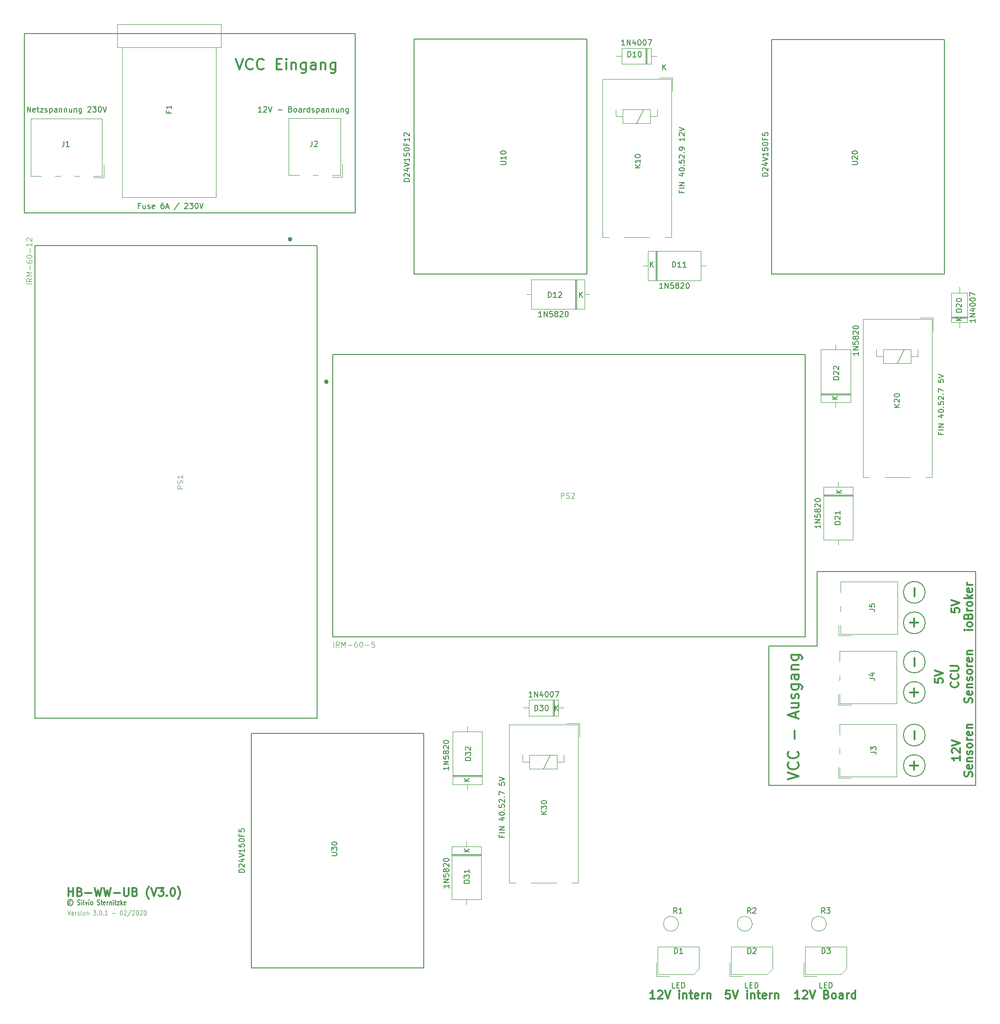
<source format=gbr>
G04 #@! TF.GenerationSoftware,KiCad,Pcbnew,(5.0.2)-1*
G04 #@! TF.CreationDate,2020-02-07T11:46:54+01:00*
G04 #@! TF.ProjectId,HB-WW-UB V2,48422d57-572d-4554-9220-56322e6b6963,V1.0.0*
G04 #@! TF.SameCoordinates,Original*
G04 #@! TF.FileFunction,Legend,Top*
G04 #@! TF.FilePolarity,Positive*
%FSLAX46Y46*%
G04 Gerber Fmt 4.6, Leading zero omitted, Abs format (unit mm)*
G04 Created by KiCad (PCBNEW (5.0.2)-1) date 07.02.2020 11:46:54*
%MOMM*%
%LPD*%
G01*
G04 APERTURE LIST*
%ADD10C,0.200000*%
%ADD11C,0.300000*%
%ADD12C,0.120000*%
%ADD13C,0.127000*%
%ADD14C,0.400000*%
%ADD15C,0.150000*%
%ADD16C,0.050000*%
G04 APERTURE END LIST*
D10*
X181197000Y-150019000D02*
G75*
G03X181197000Y-150019000I-2000000J0D01*
G01*
X181197000Y-144399000D02*
G75*
G03X181197000Y-144399000I-2000000J0D01*
G01*
D11*
X178435095Y-150002857D02*
X179958904Y-150002857D01*
X179197000Y-150764761D02*
X179197000Y-149240952D01*
X179212857Y-145160904D02*
X179212857Y-143637095D01*
X189837142Y-152014428D02*
X189908571Y-151800142D01*
X189908571Y-151443000D01*
X189837142Y-151300142D01*
X189765714Y-151228714D01*
X189622857Y-151157285D01*
X189480000Y-151157285D01*
X189337142Y-151228714D01*
X189265714Y-151300142D01*
X189194285Y-151443000D01*
X189122857Y-151728714D01*
X189051428Y-151871571D01*
X188980000Y-151943000D01*
X188837142Y-152014428D01*
X188694285Y-152014428D01*
X188551428Y-151943000D01*
X188480000Y-151871571D01*
X188408571Y-151728714D01*
X188408571Y-151371571D01*
X188480000Y-151157285D01*
X189837142Y-149943000D02*
X189908571Y-150085857D01*
X189908571Y-150371571D01*
X189837142Y-150514428D01*
X189694285Y-150585857D01*
X189122857Y-150585857D01*
X188980000Y-150514428D01*
X188908571Y-150371571D01*
X188908571Y-150085857D01*
X188980000Y-149943000D01*
X189122857Y-149871571D01*
X189265714Y-149871571D01*
X189408571Y-150585857D01*
X188908571Y-149228714D02*
X189908571Y-149228714D01*
X189051428Y-149228714D02*
X188980000Y-149157285D01*
X188908571Y-149014428D01*
X188908571Y-148800142D01*
X188980000Y-148657285D01*
X189122857Y-148585857D01*
X189908571Y-148585857D01*
X189837142Y-147943000D02*
X189908571Y-147800142D01*
X189908571Y-147514428D01*
X189837142Y-147371571D01*
X189694285Y-147300142D01*
X189622857Y-147300142D01*
X189480000Y-147371571D01*
X189408571Y-147514428D01*
X189408571Y-147728714D01*
X189337142Y-147871571D01*
X189194285Y-147943000D01*
X189122857Y-147943000D01*
X188980000Y-147871571D01*
X188908571Y-147728714D01*
X188908571Y-147514428D01*
X188980000Y-147371571D01*
X189908571Y-146443000D02*
X189837142Y-146585857D01*
X189765714Y-146657285D01*
X189622857Y-146728714D01*
X189194285Y-146728714D01*
X189051428Y-146657285D01*
X188980000Y-146585857D01*
X188908571Y-146443000D01*
X188908571Y-146228714D01*
X188980000Y-146085857D01*
X189051428Y-146014428D01*
X189194285Y-145943000D01*
X189622857Y-145943000D01*
X189765714Y-146014428D01*
X189837142Y-146085857D01*
X189908571Y-146228714D01*
X189908571Y-146443000D01*
X189908571Y-145300142D02*
X188908571Y-145300142D01*
X189194285Y-145300142D02*
X189051428Y-145228714D01*
X188980000Y-145157285D01*
X188908571Y-145014428D01*
X188908571Y-144871571D01*
X189837142Y-143800142D02*
X189908571Y-143943000D01*
X189908571Y-144228714D01*
X189837142Y-144371571D01*
X189694285Y-144443000D01*
X189122857Y-144443000D01*
X188980000Y-144371571D01*
X188908571Y-144228714D01*
X188908571Y-143943000D01*
X188980000Y-143800142D01*
X189122857Y-143728714D01*
X189265714Y-143728714D01*
X189408571Y-144443000D01*
X188908571Y-143085857D02*
X189908571Y-143085857D01*
X189051428Y-143085857D02*
X188980000Y-143014428D01*
X188908571Y-142871571D01*
X188908571Y-142657285D01*
X188980000Y-142514428D01*
X189122857Y-142443000D01*
X189908571Y-142443000D01*
X189908571Y-125062714D02*
X188908571Y-125062714D01*
X188408571Y-125062714D02*
X188480000Y-125134142D01*
X188551428Y-125062714D01*
X188480000Y-124991285D01*
X188408571Y-125062714D01*
X188551428Y-125062714D01*
X189908571Y-124134142D02*
X189837142Y-124277000D01*
X189765714Y-124348428D01*
X189622857Y-124419857D01*
X189194285Y-124419857D01*
X189051428Y-124348428D01*
X188980000Y-124277000D01*
X188908571Y-124134142D01*
X188908571Y-123919857D01*
X188980000Y-123777000D01*
X189051428Y-123705571D01*
X189194285Y-123634142D01*
X189622857Y-123634142D01*
X189765714Y-123705571D01*
X189837142Y-123777000D01*
X189908571Y-123919857D01*
X189908571Y-124134142D01*
X189122857Y-122491285D02*
X189194285Y-122277000D01*
X189265714Y-122205571D01*
X189408571Y-122134142D01*
X189622857Y-122134142D01*
X189765714Y-122205571D01*
X189837142Y-122277000D01*
X189908571Y-122419857D01*
X189908571Y-122991285D01*
X188408571Y-122991285D01*
X188408571Y-122491285D01*
X188480000Y-122348428D01*
X188551428Y-122277000D01*
X188694285Y-122205571D01*
X188837142Y-122205571D01*
X188980000Y-122277000D01*
X189051428Y-122348428D01*
X189122857Y-122491285D01*
X189122857Y-122991285D01*
X189908571Y-121491285D02*
X188908571Y-121491285D01*
X189194285Y-121491285D02*
X189051428Y-121419857D01*
X188980000Y-121348428D01*
X188908571Y-121205571D01*
X188908571Y-121062714D01*
X189908571Y-120348428D02*
X189837142Y-120491285D01*
X189765714Y-120562714D01*
X189622857Y-120634142D01*
X189194285Y-120634142D01*
X189051428Y-120562714D01*
X188980000Y-120491285D01*
X188908571Y-120348428D01*
X188908571Y-120134142D01*
X188980000Y-119991285D01*
X189051428Y-119919857D01*
X189194285Y-119848428D01*
X189622857Y-119848428D01*
X189765714Y-119919857D01*
X189837142Y-119991285D01*
X189908571Y-120134142D01*
X189908571Y-120348428D01*
X189908571Y-119205571D02*
X188408571Y-119205571D01*
X189337142Y-119062714D02*
X189908571Y-118634142D01*
X188908571Y-118634142D02*
X189480000Y-119205571D01*
X189837142Y-117419857D02*
X189908571Y-117562714D01*
X189908571Y-117848428D01*
X189837142Y-117991285D01*
X189694285Y-118062714D01*
X189122857Y-118062714D01*
X188980000Y-117991285D01*
X188908571Y-117848428D01*
X188908571Y-117562714D01*
X188980000Y-117419857D01*
X189122857Y-117348428D01*
X189265714Y-117348428D01*
X189408571Y-118062714D01*
X189908571Y-116705571D02*
X188908571Y-116705571D01*
X189194285Y-116705571D02*
X189051428Y-116634142D01*
X188980000Y-116562714D01*
X188908571Y-116419857D01*
X188908571Y-116277000D01*
X178435095Y-136540857D02*
X179958904Y-136540857D01*
X179197000Y-137302761D02*
X179197000Y-135778952D01*
X179212857Y-131698904D02*
X179212857Y-130175095D01*
D10*
X181197000Y-130937000D02*
G75*
G03X181197000Y-130937000I-2000000J0D01*
G01*
X181197000Y-136557000D02*
G75*
G03X181197000Y-136557000I-2000000J0D01*
G01*
D11*
X187220714Y-134675428D02*
X187292142Y-134746857D01*
X187363571Y-134961142D01*
X187363571Y-135104000D01*
X187292142Y-135318285D01*
X187149285Y-135461142D01*
X187006428Y-135532571D01*
X186720714Y-135604000D01*
X186506428Y-135604000D01*
X186220714Y-135532571D01*
X186077857Y-135461142D01*
X185935000Y-135318285D01*
X185863571Y-135104000D01*
X185863571Y-134961142D01*
X185935000Y-134746857D01*
X186006428Y-134675428D01*
X187220714Y-133175428D02*
X187292142Y-133246857D01*
X187363571Y-133461142D01*
X187363571Y-133604000D01*
X187292142Y-133818285D01*
X187149285Y-133961142D01*
X187006428Y-134032571D01*
X186720714Y-134104000D01*
X186506428Y-134104000D01*
X186220714Y-134032571D01*
X186077857Y-133961142D01*
X185935000Y-133818285D01*
X185863571Y-133604000D01*
X185863571Y-133461142D01*
X185935000Y-133246857D01*
X186006428Y-133175428D01*
X185863571Y-132532571D02*
X187077857Y-132532571D01*
X187220714Y-132461142D01*
X187292142Y-132389714D01*
X187363571Y-132246857D01*
X187363571Y-131961142D01*
X187292142Y-131818285D01*
X187220714Y-131746857D01*
X187077857Y-131675428D01*
X185863571Y-131675428D01*
X189842142Y-138425428D02*
X189913571Y-138211142D01*
X189913571Y-137854000D01*
X189842142Y-137711142D01*
X189770714Y-137639714D01*
X189627857Y-137568285D01*
X189485000Y-137568285D01*
X189342142Y-137639714D01*
X189270714Y-137711142D01*
X189199285Y-137854000D01*
X189127857Y-138139714D01*
X189056428Y-138282571D01*
X188985000Y-138354000D01*
X188842142Y-138425428D01*
X188699285Y-138425428D01*
X188556428Y-138354000D01*
X188485000Y-138282571D01*
X188413571Y-138139714D01*
X188413571Y-137782571D01*
X188485000Y-137568285D01*
X189842142Y-136354000D02*
X189913571Y-136496857D01*
X189913571Y-136782571D01*
X189842142Y-136925428D01*
X189699285Y-136996857D01*
X189127857Y-136996857D01*
X188985000Y-136925428D01*
X188913571Y-136782571D01*
X188913571Y-136496857D01*
X188985000Y-136354000D01*
X189127857Y-136282571D01*
X189270714Y-136282571D01*
X189413571Y-136996857D01*
X188913571Y-135639714D02*
X189913571Y-135639714D01*
X189056428Y-135639714D02*
X188985000Y-135568285D01*
X188913571Y-135425428D01*
X188913571Y-135211142D01*
X188985000Y-135068285D01*
X189127857Y-134996857D01*
X189913571Y-134996857D01*
X189842142Y-134354000D02*
X189913571Y-134211142D01*
X189913571Y-133925428D01*
X189842142Y-133782571D01*
X189699285Y-133711142D01*
X189627857Y-133711142D01*
X189485000Y-133782571D01*
X189413571Y-133925428D01*
X189413571Y-134139714D01*
X189342142Y-134282571D01*
X189199285Y-134354000D01*
X189127857Y-134354000D01*
X188985000Y-134282571D01*
X188913571Y-134139714D01*
X188913571Y-133925428D01*
X188985000Y-133782571D01*
X189913571Y-132854000D02*
X189842142Y-132996857D01*
X189770714Y-133068285D01*
X189627857Y-133139714D01*
X189199285Y-133139714D01*
X189056428Y-133068285D01*
X188985000Y-132996857D01*
X188913571Y-132854000D01*
X188913571Y-132639714D01*
X188985000Y-132496857D01*
X189056428Y-132425428D01*
X189199285Y-132354000D01*
X189627857Y-132354000D01*
X189770714Y-132425428D01*
X189842142Y-132496857D01*
X189913571Y-132639714D01*
X189913571Y-132854000D01*
X189913571Y-131711142D02*
X188913571Y-131711142D01*
X189199285Y-131711142D02*
X189056428Y-131639714D01*
X188985000Y-131568285D01*
X188913571Y-131425428D01*
X188913571Y-131282571D01*
X189842142Y-130211142D02*
X189913571Y-130354000D01*
X189913571Y-130639714D01*
X189842142Y-130782571D01*
X189699285Y-130854000D01*
X189127857Y-130854000D01*
X188985000Y-130782571D01*
X188913571Y-130639714D01*
X188913571Y-130354000D01*
X188985000Y-130211142D01*
X189127857Y-130139714D01*
X189270714Y-130139714D01*
X189413571Y-130854000D01*
X188913571Y-129496857D02*
X189913571Y-129496857D01*
X189056428Y-129496857D02*
X188985000Y-129425428D01*
X188913571Y-129282571D01*
X188913571Y-129068285D01*
X188985000Y-128925428D01*
X189127857Y-128854000D01*
X189913571Y-128854000D01*
X158064000Y-192956571D02*
X157206857Y-192956571D01*
X157635428Y-192956571D02*
X157635428Y-191456571D01*
X157492571Y-191670857D01*
X157349714Y-191813714D01*
X157206857Y-191885142D01*
X158635428Y-191599428D02*
X158706857Y-191528000D01*
X158849714Y-191456571D01*
X159206857Y-191456571D01*
X159349714Y-191528000D01*
X159421142Y-191599428D01*
X159492571Y-191742285D01*
X159492571Y-191885142D01*
X159421142Y-192099428D01*
X158564000Y-192956571D01*
X159492571Y-192956571D01*
X159921142Y-191456571D02*
X160421142Y-192956571D01*
X160921142Y-191456571D01*
X163064000Y-192170857D02*
X163278285Y-192242285D01*
X163349714Y-192313714D01*
X163421142Y-192456571D01*
X163421142Y-192670857D01*
X163349714Y-192813714D01*
X163278285Y-192885142D01*
X163135428Y-192956571D01*
X162564000Y-192956571D01*
X162564000Y-191456571D01*
X163064000Y-191456571D01*
X163206857Y-191528000D01*
X163278285Y-191599428D01*
X163349714Y-191742285D01*
X163349714Y-191885142D01*
X163278285Y-192028000D01*
X163206857Y-192099428D01*
X163064000Y-192170857D01*
X162564000Y-192170857D01*
X164278285Y-192956571D02*
X164135428Y-192885142D01*
X164064000Y-192813714D01*
X163992571Y-192670857D01*
X163992571Y-192242285D01*
X164064000Y-192099428D01*
X164135428Y-192028000D01*
X164278285Y-191956571D01*
X164492571Y-191956571D01*
X164635428Y-192028000D01*
X164706857Y-192099428D01*
X164778285Y-192242285D01*
X164778285Y-192670857D01*
X164706857Y-192813714D01*
X164635428Y-192885142D01*
X164492571Y-192956571D01*
X164278285Y-192956571D01*
X166064000Y-192956571D02*
X166064000Y-192170857D01*
X165992571Y-192028000D01*
X165849714Y-191956571D01*
X165564000Y-191956571D01*
X165421142Y-192028000D01*
X166064000Y-192885142D02*
X165921142Y-192956571D01*
X165564000Y-192956571D01*
X165421142Y-192885142D01*
X165349714Y-192742285D01*
X165349714Y-192599428D01*
X165421142Y-192456571D01*
X165564000Y-192385142D01*
X165921142Y-192385142D01*
X166064000Y-192313714D01*
X166778285Y-192956571D02*
X166778285Y-191956571D01*
X166778285Y-192242285D02*
X166849714Y-192099428D01*
X166921142Y-192028000D01*
X167064000Y-191956571D01*
X167206857Y-191956571D01*
X168349714Y-192956571D02*
X168349714Y-191456571D01*
X168349714Y-192885142D02*
X168206857Y-192956571D01*
X167921142Y-192956571D01*
X167778285Y-192885142D01*
X167706857Y-192813714D01*
X167635428Y-192670857D01*
X167635428Y-192242285D01*
X167706857Y-192099428D01*
X167778285Y-192028000D01*
X167921142Y-191956571D01*
X168206857Y-191956571D01*
X168349714Y-192028000D01*
X145244857Y-191456571D02*
X144530571Y-191456571D01*
X144459142Y-192170857D01*
X144530571Y-192099428D01*
X144673428Y-192028000D01*
X145030571Y-192028000D01*
X145173428Y-192099428D01*
X145244857Y-192170857D01*
X145316285Y-192313714D01*
X145316285Y-192670857D01*
X145244857Y-192813714D01*
X145173428Y-192885142D01*
X145030571Y-192956571D01*
X144673428Y-192956571D01*
X144530571Y-192885142D01*
X144459142Y-192813714D01*
X145744857Y-191456571D02*
X146244857Y-192956571D01*
X146744857Y-191456571D01*
X148387714Y-192956571D02*
X148387714Y-191956571D01*
X148387714Y-191456571D02*
X148316285Y-191528000D01*
X148387714Y-191599428D01*
X148459142Y-191528000D01*
X148387714Y-191456571D01*
X148387714Y-191599428D01*
X149102000Y-191956571D02*
X149102000Y-192956571D01*
X149102000Y-192099428D02*
X149173428Y-192028000D01*
X149316285Y-191956571D01*
X149530571Y-191956571D01*
X149673428Y-192028000D01*
X149744857Y-192170857D01*
X149744857Y-192956571D01*
X150244857Y-191956571D02*
X150816285Y-191956571D01*
X150459142Y-191456571D02*
X150459142Y-192742285D01*
X150530571Y-192885142D01*
X150673428Y-192956571D01*
X150816285Y-192956571D01*
X151887714Y-192885142D02*
X151744857Y-192956571D01*
X151459142Y-192956571D01*
X151316285Y-192885142D01*
X151244857Y-192742285D01*
X151244857Y-192170857D01*
X151316285Y-192028000D01*
X151459142Y-191956571D01*
X151744857Y-191956571D01*
X151887714Y-192028000D01*
X151959142Y-192170857D01*
X151959142Y-192313714D01*
X151244857Y-192456571D01*
X152602000Y-192956571D02*
X152602000Y-191956571D01*
X152602000Y-192242285D02*
X152673428Y-192099428D01*
X152744857Y-192028000D01*
X152887714Y-191956571D01*
X153030571Y-191956571D01*
X153530571Y-191956571D02*
X153530571Y-192956571D01*
X153530571Y-192099428D02*
X153602000Y-192028000D01*
X153744857Y-191956571D01*
X153959142Y-191956571D01*
X154102000Y-192028000D01*
X154173428Y-192170857D01*
X154173428Y-192956571D01*
X131394000Y-192956571D02*
X130536857Y-192956571D01*
X130965428Y-192956571D02*
X130965428Y-191456571D01*
X130822571Y-191670857D01*
X130679714Y-191813714D01*
X130536857Y-191885142D01*
X131965428Y-191599428D02*
X132036857Y-191528000D01*
X132179714Y-191456571D01*
X132536857Y-191456571D01*
X132679714Y-191528000D01*
X132751142Y-191599428D01*
X132822571Y-191742285D01*
X132822571Y-191885142D01*
X132751142Y-192099428D01*
X131894000Y-192956571D01*
X132822571Y-192956571D01*
X133251142Y-191456571D02*
X133751142Y-192956571D01*
X134251142Y-191456571D01*
X135894000Y-192956571D02*
X135894000Y-191956571D01*
X135894000Y-191456571D02*
X135822571Y-191528000D01*
X135894000Y-191599428D01*
X135965428Y-191528000D01*
X135894000Y-191456571D01*
X135894000Y-191599428D01*
X136608285Y-191956571D02*
X136608285Y-192956571D01*
X136608285Y-192099428D02*
X136679714Y-192028000D01*
X136822571Y-191956571D01*
X137036857Y-191956571D01*
X137179714Y-192028000D01*
X137251142Y-192170857D01*
X137251142Y-192956571D01*
X137751142Y-191956571D02*
X138322571Y-191956571D01*
X137965428Y-191456571D02*
X137965428Y-192742285D01*
X138036857Y-192885142D01*
X138179714Y-192956571D01*
X138322571Y-192956571D01*
X139394000Y-192885142D02*
X139251142Y-192956571D01*
X138965428Y-192956571D01*
X138822571Y-192885142D01*
X138751142Y-192742285D01*
X138751142Y-192170857D01*
X138822571Y-192028000D01*
X138965428Y-191956571D01*
X139251142Y-191956571D01*
X139394000Y-192028000D01*
X139465428Y-192170857D01*
X139465428Y-192313714D01*
X138751142Y-192456571D01*
X140108285Y-192956571D02*
X140108285Y-191956571D01*
X140108285Y-192242285D02*
X140179714Y-192099428D01*
X140251142Y-192028000D01*
X140394000Y-191956571D01*
X140536857Y-191956571D01*
X141036857Y-191956571D02*
X141036857Y-192956571D01*
X141036857Y-192099428D02*
X141108285Y-192028000D01*
X141251142Y-191956571D01*
X141465428Y-191956571D01*
X141608285Y-192028000D01*
X141679714Y-192170857D01*
X141679714Y-192956571D01*
D10*
X181197000Y-118110000D02*
G75*
G03X181197000Y-118110000I-2000000J0D01*
G01*
X181197000Y-123730000D02*
G75*
G03X181197000Y-123730000I-2000000J0D01*
G01*
D11*
X179212857Y-118871904D02*
X179212857Y-117348095D01*
X178435095Y-123713857D02*
X179958904Y-123713857D01*
X179197000Y-124475761D02*
X179197000Y-122951952D01*
X155876761Y-152589047D02*
X157876761Y-151922380D01*
X155876761Y-151255714D01*
X157686285Y-149446190D02*
X157781523Y-149541428D01*
X157876761Y-149827142D01*
X157876761Y-150017619D01*
X157781523Y-150303333D01*
X157591047Y-150493809D01*
X157400571Y-150589047D01*
X157019619Y-150684285D01*
X156733904Y-150684285D01*
X156352952Y-150589047D01*
X156162476Y-150493809D01*
X155972000Y-150303333D01*
X155876761Y-150017619D01*
X155876761Y-149827142D01*
X155972000Y-149541428D01*
X156067238Y-149446190D01*
X157686285Y-147446190D02*
X157781523Y-147541428D01*
X157876761Y-147827142D01*
X157876761Y-148017619D01*
X157781523Y-148303333D01*
X157591047Y-148493809D01*
X157400571Y-148589047D01*
X157019619Y-148684285D01*
X156733904Y-148684285D01*
X156352952Y-148589047D01*
X156162476Y-148493809D01*
X155972000Y-148303333D01*
X155876761Y-148017619D01*
X155876761Y-147827142D01*
X155972000Y-147541428D01*
X156067238Y-147446190D01*
X157114857Y-145065238D02*
X157114857Y-143541428D01*
X157305333Y-141160476D02*
X157305333Y-140208095D01*
X157876761Y-141350952D02*
X155876761Y-140684285D01*
X157876761Y-140017619D01*
X156543428Y-138493809D02*
X157876761Y-138493809D01*
X156543428Y-139350952D02*
X157591047Y-139350952D01*
X157781523Y-139255714D01*
X157876761Y-139065238D01*
X157876761Y-138779523D01*
X157781523Y-138589047D01*
X157686285Y-138493809D01*
X157781523Y-137636666D02*
X157876761Y-137446190D01*
X157876761Y-137065238D01*
X157781523Y-136874761D01*
X157591047Y-136779523D01*
X157495809Y-136779523D01*
X157305333Y-136874761D01*
X157210095Y-137065238D01*
X157210095Y-137350952D01*
X157114857Y-137541428D01*
X156924380Y-137636666D01*
X156829142Y-137636666D01*
X156638666Y-137541428D01*
X156543428Y-137350952D01*
X156543428Y-137065238D01*
X156638666Y-136874761D01*
X156543428Y-135065238D02*
X158162476Y-135065238D01*
X158352952Y-135160476D01*
X158448190Y-135255714D01*
X158543428Y-135446190D01*
X158543428Y-135731904D01*
X158448190Y-135922380D01*
X157781523Y-135065238D02*
X157876761Y-135255714D01*
X157876761Y-135636666D01*
X157781523Y-135827142D01*
X157686285Y-135922380D01*
X157495809Y-136017619D01*
X156924380Y-136017619D01*
X156733904Y-135922380D01*
X156638666Y-135827142D01*
X156543428Y-135636666D01*
X156543428Y-135255714D01*
X156638666Y-135065238D01*
X157876761Y-133255714D02*
X156829142Y-133255714D01*
X156638666Y-133350952D01*
X156543428Y-133541428D01*
X156543428Y-133922380D01*
X156638666Y-134112857D01*
X157781523Y-133255714D02*
X157876761Y-133446190D01*
X157876761Y-133922380D01*
X157781523Y-134112857D01*
X157591047Y-134208095D01*
X157400571Y-134208095D01*
X157210095Y-134112857D01*
X157114857Y-133922380D01*
X157114857Y-133446190D01*
X157019619Y-133255714D01*
X156543428Y-132303333D02*
X157876761Y-132303333D01*
X156733904Y-132303333D02*
X156638666Y-132208095D01*
X156543428Y-132017619D01*
X156543428Y-131731904D01*
X156638666Y-131541428D01*
X156829142Y-131446190D01*
X157876761Y-131446190D01*
X156543428Y-129636666D02*
X158162476Y-129636666D01*
X158352952Y-129731904D01*
X158448190Y-129827142D01*
X158543428Y-130017619D01*
X158543428Y-130303333D01*
X158448190Y-130493809D01*
X157781523Y-129636666D02*
X157876761Y-129827142D01*
X157876761Y-130208095D01*
X157781523Y-130398571D01*
X157686285Y-130493809D01*
X157495809Y-130589047D01*
X156924380Y-130589047D01*
X156733904Y-130493809D01*
X156638666Y-130398571D01*
X156543428Y-130208095D01*
X156543428Y-129827142D01*
X156638666Y-129636666D01*
D10*
X161290000Y-114300000D02*
X163830000Y-114300000D01*
X161290000Y-128016000D02*
X161290000Y-114300000D01*
X152400000Y-128016000D02*
X161290000Y-128016000D01*
X152400000Y-153670000D02*
X152400000Y-128016000D01*
X190500000Y-153670000D02*
X152400000Y-153670000D01*
X190500000Y-114300000D02*
X190500000Y-153670000D01*
X163830000Y-114300000D02*
X190500000Y-114300000D01*
D11*
X54166666Y-19859761D02*
X54833333Y-21859761D01*
X55500000Y-19859761D01*
X57309523Y-21669285D02*
X57214285Y-21764523D01*
X56928571Y-21859761D01*
X56738095Y-21859761D01*
X56452380Y-21764523D01*
X56261904Y-21574047D01*
X56166666Y-21383571D01*
X56071428Y-21002619D01*
X56071428Y-20716904D01*
X56166666Y-20335952D01*
X56261904Y-20145476D01*
X56452380Y-19955000D01*
X56738095Y-19859761D01*
X56928571Y-19859761D01*
X57214285Y-19955000D01*
X57309523Y-20050238D01*
X59309523Y-21669285D02*
X59214285Y-21764523D01*
X58928571Y-21859761D01*
X58738095Y-21859761D01*
X58452380Y-21764523D01*
X58261904Y-21574047D01*
X58166666Y-21383571D01*
X58071428Y-21002619D01*
X58071428Y-20716904D01*
X58166666Y-20335952D01*
X58261904Y-20145476D01*
X58452380Y-19955000D01*
X58738095Y-19859761D01*
X58928571Y-19859761D01*
X59214285Y-19955000D01*
X59309523Y-20050238D01*
X61690476Y-20812142D02*
X62357142Y-20812142D01*
X62642857Y-21859761D02*
X61690476Y-21859761D01*
X61690476Y-19859761D01*
X62642857Y-19859761D01*
X63500000Y-21859761D02*
X63500000Y-20526428D01*
X63500000Y-19859761D02*
X63404761Y-19955000D01*
X63500000Y-20050238D01*
X63595238Y-19955000D01*
X63500000Y-19859761D01*
X63500000Y-20050238D01*
X64452380Y-20526428D02*
X64452380Y-21859761D01*
X64452380Y-20716904D02*
X64547619Y-20621666D01*
X64738095Y-20526428D01*
X65023809Y-20526428D01*
X65214285Y-20621666D01*
X65309523Y-20812142D01*
X65309523Y-21859761D01*
X67119047Y-20526428D02*
X67119047Y-22145476D01*
X67023809Y-22335952D01*
X66928571Y-22431190D01*
X66738095Y-22526428D01*
X66452380Y-22526428D01*
X66261904Y-22431190D01*
X67119047Y-21764523D02*
X66928571Y-21859761D01*
X66547619Y-21859761D01*
X66357142Y-21764523D01*
X66261904Y-21669285D01*
X66166666Y-21478809D01*
X66166666Y-20907380D01*
X66261904Y-20716904D01*
X66357142Y-20621666D01*
X66547619Y-20526428D01*
X66928571Y-20526428D01*
X67119047Y-20621666D01*
X68928571Y-21859761D02*
X68928571Y-20812142D01*
X68833333Y-20621666D01*
X68642857Y-20526428D01*
X68261904Y-20526428D01*
X68071428Y-20621666D01*
X68928571Y-21764523D02*
X68738095Y-21859761D01*
X68261904Y-21859761D01*
X68071428Y-21764523D01*
X67976190Y-21574047D01*
X67976190Y-21383571D01*
X68071428Y-21193095D01*
X68261904Y-21097857D01*
X68738095Y-21097857D01*
X68928571Y-21002619D01*
X69880952Y-20526428D02*
X69880952Y-21859761D01*
X69880952Y-20716904D02*
X69976190Y-20621666D01*
X70166666Y-20526428D01*
X70452380Y-20526428D01*
X70642857Y-20621666D01*
X70738095Y-20812142D01*
X70738095Y-21859761D01*
X72547619Y-20526428D02*
X72547619Y-22145476D01*
X72452380Y-22335952D01*
X72357142Y-22431190D01*
X72166666Y-22526428D01*
X71880952Y-22526428D01*
X71690476Y-22431190D01*
X72547619Y-21764523D02*
X72357142Y-21859761D01*
X71976190Y-21859761D01*
X71785714Y-21764523D01*
X71690476Y-21669285D01*
X71595238Y-21478809D01*
X71595238Y-20907380D01*
X71690476Y-20716904D01*
X71785714Y-20621666D01*
X71976190Y-20526428D01*
X72357142Y-20526428D01*
X72547619Y-20621666D01*
D10*
X76200000Y-15240000D02*
X15240000Y-15240000D01*
X76200000Y-48260000D02*
X76200000Y-15240000D01*
X15240000Y-48260000D02*
X76200000Y-48260000D01*
X15240000Y-15240000D02*
X15240000Y-48260000D01*
D11*
X23369285Y-174033571D02*
X23369285Y-172533571D01*
X23369285Y-173247857D02*
X24226428Y-173247857D01*
X24226428Y-174033571D02*
X24226428Y-172533571D01*
X25440714Y-173247857D02*
X25655000Y-173319285D01*
X25726428Y-173390714D01*
X25797857Y-173533571D01*
X25797857Y-173747857D01*
X25726428Y-173890714D01*
X25655000Y-173962142D01*
X25512142Y-174033571D01*
X24940714Y-174033571D01*
X24940714Y-172533571D01*
X25440714Y-172533571D01*
X25583571Y-172605000D01*
X25655000Y-172676428D01*
X25726428Y-172819285D01*
X25726428Y-172962142D01*
X25655000Y-173105000D01*
X25583571Y-173176428D01*
X25440714Y-173247857D01*
X24940714Y-173247857D01*
X26440714Y-173462142D02*
X27583571Y-173462142D01*
X28155000Y-172533571D02*
X28512142Y-174033571D01*
X28797857Y-172962142D01*
X29083571Y-174033571D01*
X29440714Y-172533571D01*
X29869285Y-172533571D02*
X30226428Y-174033571D01*
X30512142Y-172962142D01*
X30797857Y-174033571D01*
X31155000Y-172533571D01*
X31726428Y-173462142D02*
X32869285Y-173462142D01*
X33583571Y-172533571D02*
X33583571Y-173747857D01*
X33655000Y-173890714D01*
X33726428Y-173962142D01*
X33869285Y-174033571D01*
X34155000Y-174033571D01*
X34297857Y-173962142D01*
X34369285Y-173890714D01*
X34440714Y-173747857D01*
X34440714Y-172533571D01*
X35655000Y-173247857D02*
X35869285Y-173319285D01*
X35940714Y-173390714D01*
X36012142Y-173533571D01*
X36012142Y-173747857D01*
X35940714Y-173890714D01*
X35869285Y-173962142D01*
X35726428Y-174033571D01*
X35155000Y-174033571D01*
X35155000Y-172533571D01*
X35655000Y-172533571D01*
X35797857Y-172605000D01*
X35869285Y-172676428D01*
X35940714Y-172819285D01*
X35940714Y-172962142D01*
X35869285Y-173105000D01*
X35797857Y-173176428D01*
X35655000Y-173247857D01*
X35155000Y-173247857D01*
X38226428Y-174605000D02*
X38155000Y-174533571D01*
X38012142Y-174319285D01*
X37940714Y-174176428D01*
X37869285Y-173962142D01*
X37797857Y-173605000D01*
X37797857Y-173319285D01*
X37869285Y-172962142D01*
X37940714Y-172747857D01*
X38012142Y-172605000D01*
X38155000Y-172390714D01*
X38226428Y-172319285D01*
X38583571Y-172533571D02*
X39083571Y-174033571D01*
X39583571Y-172533571D01*
X39940714Y-172533571D02*
X40869285Y-172533571D01*
X40369285Y-173105000D01*
X40583571Y-173105000D01*
X40726428Y-173176428D01*
X40797857Y-173247857D01*
X40869285Y-173390714D01*
X40869285Y-173747857D01*
X40797857Y-173890714D01*
X40726428Y-173962142D01*
X40583571Y-174033571D01*
X40155000Y-174033571D01*
X40012142Y-173962142D01*
X39940714Y-173890714D01*
X41512142Y-173890714D02*
X41583571Y-173962142D01*
X41512142Y-174033571D01*
X41440714Y-173962142D01*
X41512142Y-173890714D01*
X41512142Y-174033571D01*
X42512142Y-172533571D02*
X42655000Y-172533571D01*
X42797857Y-172605000D01*
X42869285Y-172676428D01*
X42940714Y-172819285D01*
X43012142Y-173105000D01*
X43012142Y-173462142D01*
X42940714Y-173747857D01*
X42869285Y-173890714D01*
X42797857Y-173962142D01*
X42655000Y-174033571D01*
X42512142Y-174033571D01*
X42369285Y-173962142D01*
X42297857Y-173890714D01*
X42226428Y-173747857D01*
X42155000Y-173462142D01*
X42155000Y-173105000D01*
X42226428Y-172819285D01*
X42297857Y-172676428D01*
X42369285Y-172605000D01*
X42512142Y-172533571D01*
X43512142Y-174605000D02*
X43583571Y-174533571D01*
X43726428Y-174319285D01*
X43797857Y-174176428D01*
X43869285Y-173962142D01*
X43940714Y-173605000D01*
X43940714Y-173319285D01*
X43869285Y-172962142D01*
X43797857Y-172747857D01*
X43726428Y-172605000D01*
X43583571Y-172390714D01*
X43512142Y-172319285D01*
D12*
G04 #@! TO.C,D11*
X131556000Y-55255500D02*
X131556000Y-60695500D01*
X131796000Y-55255500D02*
X131796000Y-60695500D01*
X131676000Y-55255500D02*
X131676000Y-60695500D01*
X140781000Y-57975500D02*
X139871000Y-57975500D01*
X129221000Y-57975500D02*
X130131000Y-57975500D01*
X139871000Y-55255500D02*
X130131000Y-55255500D01*
X139871000Y-60695500D02*
X139871000Y-55255500D01*
X130131000Y-60695500D02*
X139871000Y-60695500D01*
X130131000Y-55255500D02*
X130131000Y-60695500D01*
G04 #@! TO.C,D12*
X118408000Y-65966000D02*
X118408000Y-60526000D01*
X118408000Y-60526000D02*
X108668000Y-60526000D01*
X108668000Y-60526000D02*
X108668000Y-65966000D01*
X108668000Y-65966000D02*
X118408000Y-65966000D01*
X119318000Y-63246000D02*
X118408000Y-63246000D01*
X107758000Y-63246000D02*
X108668000Y-63246000D01*
X116863000Y-65966000D02*
X116863000Y-60526000D01*
X116743000Y-65966000D02*
X116743000Y-60526000D01*
X116983000Y-65966000D02*
X116983000Y-60526000D01*
G04 #@! TO.C,D1*
X131933000Y-183353000D02*
X131933000Y-188473000D01*
X131933000Y-188473000D02*
X138553000Y-188473000D01*
X138553000Y-188473000D02*
X139553000Y-187473000D01*
X139553000Y-187473000D02*
X139553000Y-183353000D01*
X139553000Y-183353000D02*
X131933000Y-183353000D01*
X131633000Y-186363000D02*
X131633000Y-188773000D01*
X131633000Y-188773000D02*
X134043000Y-188773000D01*
G04 #@! TO.C,D2*
X145463000Y-183351000D02*
X145463000Y-188471000D01*
X145463000Y-188471000D02*
X152083000Y-188471000D01*
X152083000Y-188471000D02*
X153083000Y-187471000D01*
X153083000Y-187471000D02*
X153083000Y-183351000D01*
X153083000Y-183351000D02*
X145463000Y-183351000D01*
X145163000Y-186361000D02*
X145163000Y-188771000D01*
X145163000Y-188771000D02*
X147573000Y-188771000D01*
G04 #@! TO.C,D3*
X158811000Y-188773000D02*
X161221000Y-188773000D01*
X158811000Y-186363000D02*
X158811000Y-188773000D01*
X166731000Y-183353000D02*
X159111000Y-183353000D01*
X166731000Y-187473000D02*
X166731000Y-183353000D01*
X165731000Y-188473000D02*
X166731000Y-187473000D01*
X159111000Y-188473000D02*
X165731000Y-188473000D01*
X159111000Y-183353000D02*
X159111000Y-188473000D01*
G04 #@! TO.C,D10*
X130736000Y-20837500D02*
X130736000Y-17897500D01*
X130736000Y-17897500D02*
X125296000Y-17897500D01*
X125296000Y-17897500D02*
X125296000Y-20837500D01*
X125296000Y-20837500D02*
X130736000Y-20837500D01*
X131756000Y-19367500D02*
X130736000Y-19367500D01*
X124276000Y-19367500D02*
X125296000Y-19367500D01*
X129836000Y-20837500D02*
X129836000Y-17897500D01*
X129716000Y-20837500D02*
X129716000Y-17897500D01*
X129956000Y-20837500D02*
X129956000Y-17897500D01*
G04 #@! TO.C,D20*
X186046000Y-68379000D02*
X188986000Y-68379000D01*
X188986000Y-68379000D02*
X188986000Y-62939000D01*
X188986000Y-62939000D02*
X186046000Y-62939000D01*
X186046000Y-62939000D02*
X186046000Y-68379000D01*
X187516000Y-69399000D02*
X187516000Y-68379000D01*
X187516000Y-61919000D02*
X187516000Y-62939000D01*
X186046000Y-67479000D02*
X188986000Y-67479000D01*
X186046000Y-67359000D02*
X188986000Y-67359000D01*
X186046000Y-67599000D02*
X188986000Y-67599000D01*
G04 #@! TO.C,D21*
X167884000Y-100123500D02*
X162444000Y-100123500D01*
X167884000Y-100363500D02*
X162444000Y-100363500D01*
X167884000Y-100243500D02*
X162444000Y-100243500D01*
X165164000Y-109348500D02*
X165164000Y-108438500D01*
X165164000Y-97788500D02*
X165164000Y-98698500D01*
X167884000Y-108438500D02*
X167884000Y-98698500D01*
X162444000Y-108438500D02*
X167884000Y-108438500D01*
X162444000Y-98698500D02*
X162444000Y-108438500D01*
X167884000Y-98698500D02*
X162444000Y-98698500D01*
G04 #@! TO.C,D22*
X161999000Y-83165500D02*
X167439000Y-83165500D01*
X167439000Y-83165500D02*
X167439000Y-73425500D01*
X167439000Y-73425500D02*
X161999000Y-73425500D01*
X161999000Y-73425500D02*
X161999000Y-83165500D01*
X164719000Y-84075500D02*
X164719000Y-83165500D01*
X164719000Y-72515500D02*
X164719000Y-73425500D01*
X161999000Y-81620500D02*
X167439000Y-81620500D01*
X161999000Y-81500500D02*
X167439000Y-81500500D01*
X161999000Y-81740500D02*
X167439000Y-81740500D01*
G04 #@! TO.C,D30*
X112874000Y-140852000D02*
X112874000Y-137912000D01*
X112634000Y-140852000D02*
X112634000Y-137912000D01*
X112754000Y-140852000D02*
X112754000Y-137912000D01*
X107194000Y-139382000D02*
X108214000Y-139382000D01*
X114674000Y-139382000D02*
X113654000Y-139382000D01*
X108214000Y-140852000D02*
X113654000Y-140852000D01*
X108214000Y-137912000D02*
X108214000Y-140852000D01*
X113654000Y-137912000D02*
X108214000Y-137912000D01*
X113654000Y-140852000D02*
X113654000Y-137912000D01*
G04 #@! TO.C,D31*
X99430500Y-164929000D02*
X93990500Y-164929000D01*
X93990500Y-164929000D02*
X93990500Y-174669000D01*
X93990500Y-174669000D02*
X99430500Y-174669000D01*
X99430500Y-174669000D02*
X99430500Y-164929000D01*
X96710500Y-164019000D02*
X96710500Y-164929000D01*
X96710500Y-175579000D02*
X96710500Y-174669000D01*
X99430500Y-166474000D02*
X93990500Y-166474000D01*
X99430500Y-166594000D02*
X93990500Y-166594000D01*
X99430500Y-166354000D02*
X93990500Y-166354000D01*
G04 #@! TO.C,D32*
X94117500Y-152035000D02*
X99557500Y-152035000D01*
X94117500Y-151795000D02*
X99557500Y-151795000D01*
X94117500Y-151915000D02*
X99557500Y-151915000D01*
X96837500Y-142810000D02*
X96837500Y-143720000D01*
X96837500Y-154370000D02*
X96837500Y-153460000D01*
X94117500Y-143720000D02*
X94117500Y-153460000D01*
X99557500Y-143720000D02*
X94117500Y-143720000D01*
X99557500Y-153460000D02*
X99557500Y-143720000D01*
X94117500Y-153460000D02*
X99557500Y-153460000D01*
G04 #@! TO.C,F1*
X32310000Y-13540000D02*
X51510000Y-13540000D01*
X32310000Y-17740000D02*
X32310000Y-13540000D01*
X51510000Y-17740000D02*
X32310000Y-17740000D01*
X33260000Y-45340000D02*
X33260000Y-17740000D01*
X50560000Y-45340000D02*
X33260000Y-45340000D01*
X50560000Y-45340000D02*
X50560000Y-17740000D01*
X51510000Y-17740000D02*
X51510000Y-13540000D01*
G04 #@! TO.C,J1*
X27930000Y-41432500D02*
X29580000Y-41432500D01*
X29580000Y-41432500D02*
X29580000Y-30912500D01*
X29580000Y-30912500D02*
X16460000Y-30912500D01*
X16460000Y-30912500D02*
X16460000Y-41432500D01*
X16460000Y-41432500D02*
X18410000Y-41432500D01*
X25410000Y-41432500D02*
X24430000Y-41432500D01*
X21910000Y-41432500D02*
X20930000Y-41432500D01*
X29880000Y-39322500D02*
X29880000Y-41732500D01*
X29880000Y-41732500D02*
X27930000Y-41732500D01*
G04 #@! TO.C,J2*
X71872000Y-41305500D02*
X73522000Y-41305500D01*
X73522000Y-41305500D02*
X73522000Y-30785500D01*
X73522000Y-30785500D02*
X63902000Y-30785500D01*
X63902000Y-30785500D02*
X63902000Y-41305500D01*
X63902000Y-41305500D02*
X65852000Y-41305500D01*
X69352000Y-41305500D02*
X68372000Y-41305500D01*
X73822000Y-39195500D02*
X73822000Y-41605500D01*
X73822000Y-41605500D02*
X71872000Y-41605500D01*
G04 #@! TO.C,J3*
X165150000Y-152308000D02*
X165150000Y-150358000D01*
X167560000Y-152308000D02*
X165150000Y-152308000D01*
X165450000Y-147838000D02*
X165450000Y-146858000D01*
X165450000Y-142388000D02*
X165450000Y-144338000D01*
X175970000Y-142388000D02*
X165450000Y-142388000D01*
X175970000Y-152008000D02*
X175970000Y-142388000D01*
X165450000Y-152008000D02*
X175970000Y-152008000D01*
X165450000Y-150358000D02*
X165450000Y-152008000D01*
G04 #@! TO.C,J4*
X165450000Y-136896000D02*
X165450000Y-138546000D01*
X165450000Y-138546000D02*
X175970000Y-138546000D01*
X175970000Y-138546000D02*
X175970000Y-128926000D01*
X175970000Y-128926000D02*
X165450000Y-128926000D01*
X165450000Y-128926000D02*
X165450000Y-130876000D01*
X165450000Y-134376000D02*
X165450000Y-133396000D01*
X167560000Y-138846000D02*
X165150000Y-138846000D01*
X165150000Y-138846000D02*
X165150000Y-136896000D01*
G04 #@! TO.C,J5*
X165278000Y-126082000D02*
X165278000Y-124132000D01*
X167688000Y-126082000D02*
X165278000Y-126082000D01*
X165578000Y-121612000D02*
X165578000Y-120632000D01*
X165578000Y-116162000D02*
X165578000Y-118112000D01*
X176098000Y-116162000D02*
X165578000Y-116162000D01*
X176098000Y-125782000D02*
X176098000Y-116162000D01*
X165578000Y-125782000D02*
X176098000Y-125782000D01*
X165578000Y-124132000D02*
X165578000Y-125782000D01*
G04 #@! TO.C,K10*
X132226000Y-23370000D02*
X134626000Y-23370000D01*
X134626000Y-25770000D02*
X134626000Y-23370000D01*
X121726000Y-23570000D02*
X134426000Y-23570000D01*
X121726000Y-52770000D02*
X121726000Y-23570000D01*
X122926000Y-52770000D02*
X121726000Y-52770000D01*
X130426000Y-52770000D02*
X125726000Y-52770000D01*
X134426000Y-52770000D02*
X133226000Y-52770000D01*
X134426000Y-23570000D02*
X134426000Y-52770000D01*
X129286000Y-29210000D02*
X128016000Y-31750000D01*
X125476000Y-30480000D02*
X124206000Y-30480000D01*
X124206000Y-30480000D02*
X124206000Y-29210000D01*
X131826000Y-29210000D02*
X131826000Y-30480000D01*
X131826000Y-30480000D02*
X130556000Y-30480000D01*
X130556000Y-30480000D02*
X130556000Y-31750000D01*
X130556000Y-31750000D02*
X125476000Y-31750000D01*
X125476000Y-31750000D02*
X125476000Y-29210000D01*
X125476000Y-29210000D02*
X130556000Y-29210000D01*
X130556000Y-29210000D02*
X130556000Y-30480000D01*
G04 #@! TO.C,K20*
X178562000Y-73406000D02*
X178562000Y-74676000D01*
X173482000Y-73406000D02*
X178562000Y-73406000D01*
X173482000Y-75946000D02*
X173482000Y-73406000D01*
X178562000Y-75946000D02*
X173482000Y-75946000D01*
X178562000Y-74676000D02*
X178562000Y-75946000D01*
X179832000Y-74676000D02*
X178562000Y-74676000D01*
X179832000Y-73406000D02*
X179832000Y-74676000D01*
X172212000Y-74676000D02*
X172212000Y-73406000D01*
X173482000Y-74676000D02*
X172212000Y-74676000D01*
X177292000Y-73406000D02*
X176022000Y-75946000D01*
X182432000Y-67766000D02*
X182432000Y-96966000D01*
X182432000Y-96966000D02*
X181232000Y-96966000D01*
X178432000Y-96966000D02*
X173732000Y-96966000D01*
X170932000Y-96966000D02*
X169732000Y-96966000D01*
X169732000Y-96966000D02*
X169732000Y-67766000D01*
X169732000Y-67766000D02*
X182432000Y-67766000D01*
X182632000Y-69966000D02*
X182632000Y-67566000D01*
X180232000Y-67566000D02*
X182632000Y-67566000D01*
G04 #@! TO.C,K30*
X115081000Y-142242000D02*
X117481000Y-142242000D01*
X117481000Y-144642000D02*
X117481000Y-142242000D01*
X104581000Y-142442000D02*
X117281000Y-142442000D01*
X104581000Y-171642000D02*
X104581000Y-142442000D01*
X105781000Y-171642000D02*
X104581000Y-171642000D01*
X113281000Y-171642000D02*
X108581000Y-171642000D01*
X117281000Y-171642000D02*
X116081000Y-171642000D01*
X117281000Y-142442000D02*
X117281000Y-171642000D01*
X112141000Y-148082000D02*
X110871000Y-150622000D01*
X108331000Y-149352000D02*
X107061000Y-149352000D01*
X107061000Y-149352000D02*
X107061000Y-148082000D01*
X114681000Y-148082000D02*
X114681000Y-149352000D01*
X114681000Y-149352000D02*
X113411000Y-149352000D01*
X113411000Y-149352000D02*
X113411000Y-150622000D01*
X113411000Y-150622000D02*
X108331000Y-150622000D01*
X108331000Y-150622000D02*
X108331000Y-148082000D01*
X108331000Y-148082000D02*
X113411000Y-148082000D01*
X113411000Y-148082000D02*
X113411000Y-149352000D01*
G04 #@! TO.C,R1*
X135736000Y-179134000D02*
G75*
G03X135736000Y-179134000I-1370000J0D01*
G01*
X135736000Y-179134000D02*
X135806000Y-179134000D01*
G04 #@! TO.C,R2*
X149325000Y-179134000D02*
G75*
G03X149325000Y-179134000I-1370000J0D01*
G01*
X149325000Y-179134000D02*
X149395000Y-179134000D01*
G04 #@! TO.C,R3*
X162978000Y-179134000D02*
X163048000Y-179134000D01*
X162978000Y-179134000D02*
G75*
G03X162978000Y-179134000I-1370000J0D01*
G01*
D13*
G04 #@! TO.C,PS1*
X69180000Y-141290000D02*
X17180000Y-141290000D01*
X17180000Y-141290000D02*
X17180000Y-54290000D01*
X69180000Y-54290000D02*
X69180000Y-141290000D01*
X17180000Y-54290000D02*
X69180000Y-54290000D01*
D14*
X64380000Y-53100000D02*
G75*
G03X64380000Y-53100000I-200000J0D01*
G01*
G04 #@! TO.C,PS2*
X71080000Y-79330000D02*
G75*
G03X71080000Y-79330000I-200000J0D01*
G01*
D13*
X72070000Y-126330000D02*
X72070000Y-74330000D01*
X72070000Y-74330000D02*
X159070000Y-74330000D01*
X159070000Y-126330000D02*
X72070000Y-126330000D01*
X159070000Y-74330000D02*
X159070000Y-126330000D01*
D15*
G04 #@! TO.C,U10*
X118831000Y-37870000D02*
X118831000Y-59470000D01*
X118831000Y-37870000D02*
X118831000Y-16270000D01*
X118831000Y-16270000D02*
X87031000Y-16270000D01*
X118831000Y-59470000D02*
X87031000Y-59470000D01*
X87031000Y-59470000D02*
X87031000Y-16270000D01*
G04 #@! TO.C,U20*
X184731000Y-37890000D02*
X184731000Y-59490000D01*
X184731000Y-37890000D02*
X184731000Y-16290000D01*
X184731000Y-16290000D02*
X152931000Y-16290000D01*
X184731000Y-59490000D02*
X152931000Y-59490000D01*
X152931000Y-59490000D02*
X152931000Y-16290000D01*
G04 #@! TO.C,U30*
X88831000Y-165670000D02*
X88831000Y-187270000D01*
X88831000Y-165670000D02*
X88831000Y-144070000D01*
X88831000Y-144070000D02*
X57031000Y-144070000D01*
X88831000Y-187270000D02*
X57031000Y-187270000D01*
X57031000Y-187270000D02*
X57031000Y-144070000D01*
G04 #@! TO.C,D11*
X134675714Y-58237380D02*
X134675714Y-57237380D01*
X134913809Y-57237380D01*
X135056666Y-57285000D01*
X135151904Y-57380238D01*
X135199523Y-57475476D01*
X135247142Y-57665952D01*
X135247142Y-57808809D01*
X135199523Y-57999285D01*
X135151904Y-58094523D01*
X135056666Y-58189761D01*
X134913809Y-58237380D01*
X134675714Y-58237380D01*
X136199523Y-58237380D02*
X135628095Y-58237380D01*
X135913809Y-58237380D02*
X135913809Y-57237380D01*
X135818571Y-57380238D01*
X135723333Y-57475476D01*
X135628095Y-57523095D01*
X137151904Y-58237380D02*
X136580476Y-58237380D01*
X136866190Y-58237380D02*
X136866190Y-57237380D01*
X136770952Y-57380238D01*
X136675714Y-57475476D01*
X136580476Y-57523095D01*
X132858142Y-62147880D02*
X132286714Y-62147880D01*
X132572428Y-62147880D02*
X132572428Y-61147880D01*
X132477190Y-61290738D01*
X132381952Y-61385976D01*
X132286714Y-61433595D01*
X133286714Y-62147880D02*
X133286714Y-61147880D01*
X133858142Y-62147880D01*
X133858142Y-61147880D01*
X134810523Y-61147880D02*
X134334333Y-61147880D01*
X134286714Y-61624071D01*
X134334333Y-61576452D01*
X134429571Y-61528833D01*
X134667666Y-61528833D01*
X134762904Y-61576452D01*
X134810523Y-61624071D01*
X134858142Y-61719309D01*
X134858142Y-61957404D01*
X134810523Y-62052642D01*
X134762904Y-62100261D01*
X134667666Y-62147880D01*
X134429571Y-62147880D01*
X134334333Y-62100261D01*
X134286714Y-62052642D01*
X135429571Y-61576452D02*
X135334333Y-61528833D01*
X135286714Y-61481214D01*
X135239095Y-61385976D01*
X135239095Y-61338357D01*
X135286714Y-61243119D01*
X135334333Y-61195500D01*
X135429571Y-61147880D01*
X135620047Y-61147880D01*
X135715285Y-61195500D01*
X135762904Y-61243119D01*
X135810523Y-61338357D01*
X135810523Y-61385976D01*
X135762904Y-61481214D01*
X135715285Y-61528833D01*
X135620047Y-61576452D01*
X135429571Y-61576452D01*
X135334333Y-61624071D01*
X135286714Y-61671690D01*
X135239095Y-61766928D01*
X135239095Y-61957404D01*
X135286714Y-62052642D01*
X135334333Y-62100261D01*
X135429571Y-62147880D01*
X135620047Y-62147880D01*
X135715285Y-62100261D01*
X135762904Y-62052642D01*
X135810523Y-61957404D01*
X135810523Y-61766928D01*
X135762904Y-61671690D01*
X135715285Y-61624071D01*
X135620047Y-61576452D01*
X136191476Y-61243119D02*
X136239095Y-61195500D01*
X136334333Y-61147880D01*
X136572428Y-61147880D01*
X136667666Y-61195500D01*
X136715285Y-61243119D01*
X136762904Y-61338357D01*
X136762904Y-61433595D01*
X136715285Y-61576452D01*
X136143857Y-62147880D01*
X136762904Y-62147880D01*
X137381952Y-61147880D02*
X137477190Y-61147880D01*
X137572428Y-61195500D01*
X137620047Y-61243119D01*
X137667666Y-61338357D01*
X137715285Y-61528833D01*
X137715285Y-61766928D01*
X137667666Y-61957404D01*
X137620047Y-62052642D01*
X137572428Y-62100261D01*
X137477190Y-62147880D01*
X137381952Y-62147880D01*
X137286714Y-62100261D01*
X137239095Y-62052642D01*
X137191476Y-61957404D01*
X137143857Y-61766928D01*
X137143857Y-61528833D01*
X137191476Y-61338357D01*
X137239095Y-61243119D01*
X137286714Y-61195500D01*
X137381952Y-61147880D01*
X130548095Y-58237380D02*
X130548095Y-57237380D01*
X131119523Y-58237380D02*
X130690952Y-57665952D01*
X131119523Y-57237380D02*
X130548095Y-57808809D01*
G04 #@! TO.C,D12*
X111751714Y-63825380D02*
X111751714Y-62825380D01*
X111989809Y-62825380D01*
X112132666Y-62873000D01*
X112227904Y-62968238D01*
X112275523Y-63063476D01*
X112323142Y-63253952D01*
X112323142Y-63396809D01*
X112275523Y-63587285D01*
X112227904Y-63682523D01*
X112132666Y-63777761D01*
X111989809Y-63825380D01*
X111751714Y-63825380D01*
X113275523Y-63825380D02*
X112704095Y-63825380D01*
X112989809Y-63825380D02*
X112989809Y-62825380D01*
X112894571Y-62968238D01*
X112799333Y-63063476D01*
X112704095Y-63111095D01*
X113656476Y-62920619D02*
X113704095Y-62873000D01*
X113799333Y-62825380D01*
X114037428Y-62825380D01*
X114132666Y-62873000D01*
X114180285Y-62920619D01*
X114227904Y-63015857D01*
X114227904Y-63111095D01*
X114180285Y-63253952D01*
X113608857Y-63825380D01*
X114227904Y-63825380D01*
X110569142Y-67381380D02*
X109997714Y-67381380D01*
X110283428Y-67381380D02*
X110283428Y-66381380D01*
X110188190Y-66524238D01*
X110092952Y-66619476D01*
X109997714Y-66667095D01*
X110997714Y-67381380D02*
X110997714Y-66381380D01*
X111569142Y-67381380D01*
X111569142Y-66381380D01*
X112521523Y-66381380D02*
X112045333Y-66381380D01*
X111997714Y-66857571D01*
X112045333Y-66809952D01*
X112140571Y-66762333D01*
X112378666Y-66762333D01*
X112473904Y-66809952D01*
X112521523Y-66857571D01*
X112569142Y-66952809D01*
X112569142Y-67190904D01*
X112521523Y-67286142D01*
X112473904Y-67333761D01*
X112378666Y-67381380D01*
X112140571Y-67381380D01*
X112045333Y-67333761D01*
X111997714Y-67286142D01*
X113140571Y-66809952D02*
X113045333Y-66762333D01*
X112997714Y-66714714D01*
X112950095Y-66619476D01*
X112950095Y-66571857D01*
X112997714Y-66476619D01*
X113045333Y-66429000D01*
X113140571Y-66381380D01*
X113331047Y-66381380D01*
X113426285Y-66429000D01*
X113473904Y-66476619D01*
X113521523Y-66571857D01*
X113521523Y-66619476D01*
X113473904Y-66714714D01*
X113426285Y-66762333D01*
X113331047Y-66809952D01*
X113140571Y-66809952D01*
X113045333Y-66857571D01*
X112997714Y-66905190D01*
X112950095Y-67000428D01*
X112950095Y-67190904D01*
X112997714Y-67286142D01*
X113045333Y-67333761D01*
X113140571Y-67381380D01*
X113331047Y-67381380D01*
X113426285Y-67333761D01*
X113473904Y-67286142D01*
X113521523Y-67190904D01*
X113521523Y-67000428D01*
X113473904Y-66905190D01*
X113426285Y-66857571D01*
X113331047Y-66809952D01*
X113902476Y-66476619D02*
X113950095Y-66429000D01*
X114045333Y-66381380D01*
X114283428Y-66381380D01*
X114378666Y-66429000D01*
X114426285Y-66476619D01*
X114473904Y-66571857D01*
X114473904Y-66667095D01*
X114426285Y-66809952D01*
X113854857Y-67381380D01*
X114473904Y-67381380D01*
X115092952Y-66381380D02*
X115188190Y-66381380D01*
X115283428Y-66429000D01*
X115331047Y-66476619D01*
X115378666Y-66571857D01*
X115426285Y-66762333D01*
X115426285Y-67000428D01*
X115378666Y-67190904D01*
X115331047Y-67286142D01*
X115283428Y-67333761D01*
X115188190Y-67381380D01*
X115092952Y-67381380D01*
X114997714Y-67333761D01*
X114950095Y-67286142D01*
X114902476Y-67190904D01*
X114854857Y-67000428D01*
X114854857Y-66762333D01*
X114902476Y-66571857D01*
X114950095Y-66476619D01*
X114997714Y-66429000D01*
X115092952Y-66381380D01*
X117530095Y-63825380D02*
X117530095Y-62825380D01*
X118101523Y-63825380D02*
X117672952Y-63253952D01*
X118101523Y-62825380D02*
X117530095Y-63396809D01*
G04 #@! TO.C,Copy02*
D12*
X23230000Y-176672142D02*
X23480000Y-177572142D01*
X23730000Y-176672142D01*
X24265714Y-177529285D02*
X24194285Y-177572142D01*
X24051428Y-177572142D01*
X23980000Y-177529285D01*
X23944285Y-177443571D01*
X23944285Y-177100714D01*
X23980000Y-177015000D01*
X24051428Y-176972142D01*
X24194285Y-176972142D01*
X24265714Y-177015000D01*
X24301428Y-177100714D01*
X24301428Y-177186428D01*
X23944285Y-177272142D01*
X24622857Y-177572142D02*
X24622857Y-176972142D01*
X24622857Y-177143571D02*
X24658571Y-177057857D01*
X24694285Y-177015000D01*
X24765714Y-176972142D01*
X24837142Y-176972142D01*
X25051428Y-177529285D02*
X25122857Y-177572142D01*
X25265714Y-177572142D01*
X25337142Y-177529285D01*
X25372857Y-177443571D01*
X25372857Y-177400714D01*
X25337142Y-177315000D01*
X25265714Y-177272142D01*
X25158571Y-177272142D01*
X25087142Y-177229285D01*
X25051428Y-177143571D01*
X25051428Y-177100714D01*
X25087142Y-177015000D01*
X25158571Y-176972142D01*
X25265714Y-176972142D01*
X25337142Y-177015000D01*
X25694285Y-177572142D02*
X25694285Y-176972142D01*
X25694285Y-176672142D02*
X25658571Y-176715000D01*
X25694285Y-176757857D01*
X25730000Y-176715000D01*
X25694285Y-176672142D01*
X25694285Y-176757857D01*
X26158571Y-177572142D02*
X26087142Y-177529285D01*
X26051428Y-177486428D01*
X26015714Y-177400714D01*
X26015714Y-177143571D01*
X26051428Y-177057857D01*
X26087142Y-177015000D01*
X26158571Y-176972142D01*
X26265714Y-176972142D01*
X26337142Y-177015000D01*
X26372857Y-177057857D01*
X26408571Y-177143571D01*
X26408571Y-177400714D01*
X26372857Y-177486428D01*
X26337142Y-177529285D01*
X26265714Y-177572142D01*
X26158571Y-177572142D01*
X26730000Y-176972142D02*
X26730000Y-177572142D01*
X26730000Y-177057857D02*
X26765714Y-177015000D01*
X26837142Y-176972142D01*
X26944285Y-176972142D01*
X27015714Y-177015000D01*
X27051428Y-177100714D01*
X27051428Y-177572142D01*
X27908571Y-176672142D02*
X28372857Y-176672142D01*
X28122857Y-177015000D01*
X28230000Y-177015000D01*
X28301428Y-177057857D01*
X28337142Y-177100714D01*
X28372857Y-177186428D01*
X28372857Y-177400714D01*
X28337142Y-177486428D01*
X28301428Y-177529285D01*
X28230000Y-177572142D01*
X28015714Y-177572142D01*
X27944285Y-177529285D01*
X27908571Y-177486428D01*
X28694285Y-177486428D02*
X28730000Y-177529285D01*
X28694285Y-177572142D01*
X28658571Y-177529285D01*
X28694285Y-177486428D01*
X28694285Y-177572142D01*
X29194285Y-176672142D02*
X29265714Y-176672142D01*
X29337142Y-176715000D01*
X29372857Y-176757857D01*
X29408571Y-176843571D01*
X29444285Y-177015000D01*
X29444285Y-177229285D01*
X29408571Y-177400714D01*
X29372857Y-177486428D01*
X29337142Y-177529285D01*
X29265714Y-177572142D01*
X29194285Y-177572142D01*
X29122857Y-177529285D01*
X29087142Y-177486428D01*
X29051428Y-177400714D01*
X29015714Y-177229285D01*
X29015714Y-177015000D01*
X29051428Y-176843571D01*
X29087142Y-176757857D01*
X29122857Y-176715000D01*
X29194285Y-176672142D01*
X29765714Y-177486428D02*
X29801428Y-177529285D01*
X29765714Y-177572142D01*
X29730000Y-177529285D01*
X29765714Y-177486428D01*
X29765714Y-177572142D01*
X30515714Y-177572142D02*
X30087142Y-177572142D01*
X30301428Y-177572142D02*
X30301428Y-176672142D01*
X30230000Y-176800714D01*
X30158571Y-176886428D01*
X30087142Y-176929285D01*
X31408571Y-177229285D02*
X31980000Y-177229285D01*
X33051428Y-176672142D02*
X33122857Y-176672142D01*
X33194285Y-176715000D01*
X33230000Y-176757857D01*
X33265714Y-176843571D01*
X33301428Y-177015000D01*
X33301428Y-177229285D01*
X33265714Y-177400714D01*
X33230000Y-177486428D01*
X33194285Y-177529285D01*
X33122857Y-177572142D01*
X33051428Y-177572142D01*
X32980000Y-177529285D01*
X32944285Y-177486428D01*
X32908571Y-177400714D01*
X32872857Y-177229285D01*
X32872857Y-177015000D01*
X32908571Y-176843571D01*
X32944285Y-176757857D01*
X32980000Y-176715000D01*
X33051428Y-176672142D01*
X33587142Y-176757857D02*
X33622857Y-176715000D01*
X33694285Y-176672142D01*
X33872857Y-176672142D01*
X33944285Y-176715000D01*
X33980000Y-176757857D01*
X34015714Y-176843571D01*
X34015714Y-176929285D01*
X33980000Y-177057857D01*
X33551428Y-177572142D01*
X34015714Y-177572142D01*
X34872857Y-176629285D02*
X34230000Y-177786428D01*
X35087142Y-176757857D02*
X35122857Y-176715000D01*
X35194285Y-176672142D01*
X35372857Y-176672142D01*
X35444285Y-176715000D01*
X35480000Y-176757857D01*
X35515714Y-176843571D01*
X35515714Y-176929285D01*
X35480000Y-177057857D01*
X35051428Y-177572142D01*
X35515714Y-177572142D01*
X35980000Y-176672142D02*
X36051428Y-176672142D01*
X36122857Y-176715000D01*
X36158571Y-176757857D01*
X36194285Y-176843571D01*
X36230000Y-177015000D01*
X36230000Y-177229285D01*
X36194285Y-177400714D01*
X36158571Y-177486428D01*
X36122857Y-177529285D01*
X36051428Y-177572142D01*
X35980000Y-177572142D01*
X35908571Y-177529285D01*
X35872857Y-177486428D01*
X35837142Y-177400714D01*
X35801428Y-177229285D01*
X35801428Y-177015000D01*
X35837142Y-176843571D01*
X35872857Y-176757857D01*
X35908571Y-176715000D01*
X35980000Y-176672142D01*
X36515714Y-176757857D02*
X36551428Y-176715000D01*
X36622857Y-176672142D01*
X36801428Y-176672142D01*
X36872857Y-176715000D01*
X36908571Y-176757857D01*
X36944285Y-176843571D01*
X36944285Y-176929285D01*
X36908571Y-177057857D01*
X36480000Y-177572142D01*
X36944285Y-177572142D01*
X37408571Y-176672142D02*
X37480000Y-176672142D01*
X37551428Y-176715000D01*
X37587142Y-176757857D01*
X37622857Y-176843571D01*
X37658571Y-177015000D01*
X37658571Y-177229285D01*
X37622857Y-177400714D01*
X37587142Y-177486428D01*
X37551428Y-177529285D01*
X37480000Y-177572142D01*
X37408571Y-177572142D01*
X37337142Y-177529285D01*
X37301428Y-177486428D01*
X37265714Y-177400714D01*
X37230000Y-177229285D01*
X37230000Y-177015000D01*
X37265714Y-176843571D01*
X37301428Y-176757857D01*
X37337142Y-176715000D01*
X37408571Y-176672142D01*
D15*
X23825000Y-174981428D02*
X23753571Y-174938571D01*
X23610714Y-174938571D01*
X23539285Y-174981428D01*
X23467857Y-175067142D01*
X23432142Y-175152857D01*
X23432142Y-175324285D01*
X23467857Y-175410000D01*
X23539285Y-175495714D01*
X23610714Y-175538571D01*
X23753571Y-175538571D01*
X23825000Y-175495714D01*
X23682142Y-174638571D02*
X23503571Y-174681428D01*
X23325000Y-174810000D01*
X23217857Y-175024285D01*
X23182142Y-175238571D01*
X23217857Y-175452857D01*
X23325000Y-175667142D01*
X23503571Y-175795714D01*
X23682142Y-175838571D01*
X23860714Y-175795714D01*
X24039285Y-175667142D01*
X24146428Y-175452857D01*
X24182142Y-175238571D01*
X24146428Y-175024285D01*
X24039285Y-174810000D01*
X23860714Y-174681428D01*
X23682142Y-174638571D01*
X25039285Y-175624285D02*
X25146428Y-175667142D01*
X25325000Y-175667142D01*
X25396428Y-175624285D01*
X25432142Y-175581428D01*
X25467857Y-175495714D01*
X25467857Y-175410000D01*
X25432142Y-175324285D01*
X25396428Y-175281428D01*
X25325000Y-175238571D01*
X25182142Y-175195714D01*
X25110714Y-175152857D01*
X25075000Y-175110000D01*
X25039285Y-175024285D01*
X25039285Y-174938571D01*
X25075000Y-174852857D01*
X25110714Y-174810000D01*
X25182142Y-174767142D01*
X25360714Y-174767142D01*
X25467857Y-174810000D01*
X25789285Y-175667142D02*
X25789285Y-175067142D01*
X25789285Y-174767142D02*
X25753571Y-174810000D01*
X25789285Y-174852857D01*
X25825000Y-174810000D01*
X25789285Y-174767142D01*
X25789285Y-174852857D01*
X26253571Y-175667142D02*
X26182142Y-175624285D01*
X26146428Y-175538571D01*
X26146428Y-174767142D01*
X26467857Y-175067142D02*
X26646428Y-175667142D01*
X26825000Y-175067142D01*
X27110714Y-175667142D02*
X27110714Y-175067142D01*
X27110714Y-174767142D02*
X27075000Y-174810000D01*
X27110714Y-174852857D01*
X27146428Y-174810000D01*
X27110714Y-174767142D01*
X27110714Y-174852857D01*
X27575000Y-175667142D02*
X27503571Y-175624285D01*
X27467857Y-175581428D01*
X27432142Y-175495714D01*
X27432142Y-175238571D01*
X27467857Y-175152857D01*
X27503571Y-175110000D01*
X27575000Y-175067142D01*
X27682142Y-175067142D01*
X27753571Y-175110000D01*
X27789285Y-175152857D01*
X27825000Y-175238571D01*
X27825000Y-175495714D01*
X27789285Y-175581428D01*
X27753571Y-175624285D01*
X27682142Y-175667142D01*
X27575000Y-175667142D01*
X28682142Y-175624285D02*
X28789285Y-175667142D01*
X28967857Y-175667142D01*
X29039285Y-175624285D01*
X29075000Y-175581428D01*
X29110714Y-175495714D01*
X29110714Y-175410000D01*
X29075000Y-175324285D01*
X29039285Y-175281428D01*
X28967857Y-175238571D01*
X28825000Y-175195714D01*
X28753571Y-175152857D01*
X28717857Y-175110000D01*
X28682142Y-175024285D01*
X28682142Y-174938571D01*
X28717857Y-174852857D01*
X28753571Y-174810000D01*
X28825000Y-174767142D01*
X29003571Y-174767142D01*
X29110714Y-174810000D01*
X29325000Y-175067142D02*
X29610714Y-175067142D01*
X29432142Y-174767142D02*
X29432142Y-175538571D01*
X29467857Y-175624285D01*
X29539285Y-175667142D01*
X29610714Y-175667142D01*
X30146428Y-175624285D02*
X30075000Y-175667142D01*
X29932142Y-175667142D01*
X29860714Y-175624285D01*
X29825000Y-175538571D01*
X29825000Y-175195714D01*
X29860714Y-175110000D01*
X29932142Y-175067142D01*
X30075000Y-175067142D01*
X30146428Y-175110000D01*
X30182142Y-175195714D01*
X30182142Y-175281428D01*
X29825000Y-175367142D01*
X30503571Y-175667142D02*
X30503571Y-175067142D01*
X30503571Y-175238571D02*
X30539285Y-175152857D01*
X30575000Y-175110000D01*
X30646428Y-175067142D01*
X30717857Y-175067142D01*
X30967857Y-175067142D02*
X30967857Y-175667142D01*
X30967857Y-175152857D02*
X31003571Y-175110000D01*
X31075000Y-175067142D01*
X31182142Y-175067142D01*
X31253571Y-175110000D01*
X31289285Y-175195714D01*
X31289285Y-175667142D01*
X31646428Y-175667142D02*
X31646428Y-175067142D01*
X31646428Y-174767142D02*
X31610714Y-174810000D01*
X31646428Y-174852857D01*
X31682142Y-174810000D01*
X31646428Y-174767142D01*
X31646428Y-174852857D01*
X31896428Y-175067142D02*
X32182142Y-175067142D01*
X32003571Y-174767142D02*
X32003571Y-175538571D01*
X32039285Y-175624285D01*
X32110714Y-175667142D01*
X32182142Y-175667142D01*
X32360714Y-175067142D02*
X32753571Y-175067142D01*
X32360714Y-175667142D01*
X32753571Y-175667142D01*
X33039285Y-175667142D02*
X33039285Y-174767142D01*
X33110714Y-175324285D02*
X33325000Y-175667142D01*
X33325000Y-175067142D02*
X33039285Y-175410000D01*
X33932142Y-175624285D02*
X33860714Y-175667142D01*
X33717857Y-175667142D01*
X33646428Y-175624285D01*
X33610714Y-175538571D01*
X33610714Y-175195714D01*
X33646428Y-175110000D01*
X33717857Y-175067142D01*
X33860714Y-175067142D01*
X33932142Y-175110000D01*
X33967857Y-175195714D01*
X33967857Y-175281428D01*
X33610714Y-175367142D01*
G04 #@! TO.C,D1*
X135004904Y-184602380D02*
X135004904Y-183602380D01*
X135243000Y-183602380D01*
X135385857Y-183650000D01*
X135481095Y-183745238D01*
X135528714Y-183840476D01*
X135576333Y-184030952D01*
X135576333Y-184173809D01*
X135528714Y-184364285D01*
X135481095Y-184459523D01*
X135385857Y-184554761D01*
X135243000Y-184602380D01*
X135004904Y-184602380D01*
X136528714Y-184602380D02*
X135957285Y-184602380D01*
X136243000Y-184602380D02*
X136243000Y-183602380D01*
X136147761Y-183745238D01*
X136052523Y-183840476D01*
X135957285Y-183888095D01*
X135100142Y-190952380D02*
X134623952Y-190952380D01*
X134623952Y-189952380D01*
X135433476Y-190428571D02*
X135766809Y-190428571D01*
X135909666Y-190952380D02*
X135433476Y-190952380D01*
X135433476Y-189952380D01*
X135909666Y-189952380D01*
X136338238Y-190952380D02*
X136338238Y-189952380D01*
X136576333Y-189952380D01*
X136719190Y-190000000D01*
X136814428Y-190095238D01*
X136862047Y-190190476D01*
X136909666Y-190380952D01*
X136909666Y-190523809D01*
X136862047Y-190714285D01*
X136814428Y-190809523D01*
X136719190Y-190904761D01*
X136576333Y-190952380D01*
X136338238Y-190952380D01*
G04 #@! TO.C,D2*
X148534904Y-184602380D02*
X148534904Y-183602380D01*
X148773000Y-183602380D01*
X148915857Y-183650000D01*
X149011095Y-183745238D01*
X149058714Y-183840476D01*
X149106333Y-184030952D01*
X149106333Y-184173809D01*
X149058714Y-184364285D01*
X149011095Y-184459523D01*
X148915857Y-184554761D01*
X148773000Y-184602380D01*
X148534904Y-184602380D01*
X149487285Y-183697619D02*
X149534904Y-183650000D01*
X149630142Y-183602380D01*
X149868238Y-183602380D01*
X149963476Y-183650000D01*
X150011095Y-183697619D01*
X150058714Y-183792857D01*
X150058714Y-183888095D01*
X150011095Y-184030952D01*
X149439666Y-184602380D01*
X150058714Y-184602380D01*
X148582142Y-190952380D02*
X148105952Y-190952380D01*
X148105952Y-189952380D01*
X148915476Y-190428571D02*
X149248809Y-190428571D01*
X149391666Y-190952380D02*
X148915476Y-190952380D01*
X148915476Y-189952380D01*
X149391666Y-189952380D01*
X149820238Y-190952380D02*
X149820238Y-189952380D01*
X150058333Y-189952380D01*
X150201190Y-190000000D01*
X150296428Y-190095238D01*
X150344047Y-190190476D01*
X150391666Y-190380952D01*
X150391666Y-190523809D01*
X150344047Y-190714285D01*
X150296428Y-190809523D01*
X150201190Y-190904761D01*
X150058333Y-190952380D01*
X149820238Y-190952380D01*
G04 #@! TO.C,D3*
X162182904Y-184602380D02*
X162182904Y-183602380D01*
X162421000Y-183602380D01*
X162563857Y-183650000D01*
X162659095Y-183745238D01*
X162706714Y-183840476D01*
X162754333Y-184030952D01*
X162754333Y-184173809D01*
X162706714Y-184364285D01*
X162659095Y-184459523D01*
X162563857Y-184554761D01*
X162421000Y-184602380D01*
X162182904Y-184602380D01*
X163087666Y-183602380D02*
X163706714Y-183602380D01*
X163373380Y-183983333D01*
X163516238Y-183983333D01*
X163611476Y-184030952D01*
X163659095Y-184078571D01*
X163706714Y-184173809D01*
X163706714Y-184411904D01*
X163659095Y-184507142D01*
X163611476Y-184554761D01*
X163516238Y-184602380D01*
X163230523Y-184602380D01*
X163135285Y-184554761D01*
X163087666Y-184507142D01*
X162278142Y-190952380D02*
X161801952Y-190952380D01*
X161801952Y-189952380D01*
X162611476Y-190428571D02*
X162944809Y-190428571D01*
X163087666Y-190952380D02*
X162611476Y-190952380D01*
X162611476Y-189952380D01*
X163087666Y-189952380D01*
X163516238Y-190952380D02*
X163516238Y-189952380D01*
X163754333Y-189952380D01*
X163897190Y-190000000D01*
X163992428Y-190095238D01*
X164040047Y-190190476D01*
X164087666Y-190380952D01*
X164087666Y-190523809D01*
X164040047Y-190714285D01*
X163992428Y-190809523D01*
X163897190Y-190904761D01*
X163754333Y-190952380D01*
X163516238Y-190952380D01*
G04 #@! TO.C,D10*
X126420714Y-19502380D02*
X126420714Y-18502380D01*
X126658809Y-18502380D01*
X126801666Y-18550000D01*
X126896904Y-18645238D01*
X126944523Y-18740476D01*
X126992142Y-18930952D01*
X126992142Y-19073809D01*
X126944523Y-19264285D01*
X126896904Y-19359523D01*
X126801666Y-19454761D01*
X126658809Y-19502380D01*
X126420714Y-19502380D01*
X127944523Y-19502380D02*
X127373095Y-19502380D01*
X127658809Y-19502380D02*
X127658809Y-18502380D01*
X127563571Y-18645238D01*
X127468333Y-18740476D01*
X127373095Y-18788095D01*
X128563571Y-18502380D02*
X128658809Y-18502380D01*
X128754047Y-18550000D01*
X128801666Y-18597619D01*
X128849285Y-18692857D01*
X128896904Y-18883333D01*
X128896904Y-19121428D01*
X128849285Y-19311904D01*
X128801666Y-19407142D01*
X128754047Y-19454761D01*
X128658809Y-19502380D01*
X128563571Y-19502380D01*
X128468333Y-19454761D01*
X128420714Y-19407142D01*
X128373095Y-19311904D01*
X128325476Y-19121428D01*
X128325476Y-18883333D01*
X128373095Y-18692857D01*
X128420714Y-18597619D01*
X128468333Y-18550000D01*
X128563571Y-18502380D01*
X125873142Y-17349880D02*
X125301714Y-17349880D01*
X125587428Y-17349880D02*
X125587428Y-16349880D01*
X125492190Y-16492738D01*
X125396952Y-16587976D01*
X125301714Y-16635595D01*
X126301714Y-17349880D02*
X126301714Y-16349880D01*
X126873142Y-17349880D01*
X126873142Y-16349880D01*
X127777904Y-16683214D02*
X127777904Y-17349880D01*
X127539809Y-16302261D02*
X127301714Y-17016547D01*
X127920761Y-17016547D01*
X128492190Y-16349880D02*
X128587428Y-16349880D01*
X128682666Y-16397500D01*
X128730285Y-16445119D01*
X128777904Y-16540357D01*
X128825523Y-16730833D01*
X128825523Y-16968928D01*
X128777904Y-17159404D01*
X128730285Y-17254642D01*
X128682666Y-17302261D01*
X128587428Y-17349880D01*
X128492190Y-17349880D01*
X128396952Y-17302261D01*
X128349333Y-17254642D01*
X128301714Y-17159404D01*
X128254095Y-16968928D01*
X128254095Y-16730833D01*
X128301714Y-16540357D01*
X128349333Y-16445119D01*
X128396952Y-16397500D01*
X128492190Y-16349880D01*
X129444571Y-16349880D02*
X129539809Y-16349880D01*
X129635047Y-16397500D01*
X129682666Y-16445119D01*
X129730285Y-16540357D01*
X129777904Y-16730833D01*
X129777904Y-16968928D01*
X129730285Y-17159404D01*
X129682666Y-17254642D01*
X129635047Y-17302261D01*
X129539809Y-17349880D01*
X129444571Y-17349880D01*
X129349333Y-17302261D01*
X129301714Y-17254642D01*
X129254095Y-17159404D01*
X129206476Y-16968928D01*
X129206476Y-16730833D01*
X129254095Y-16540357D01*
X129301714Y-16445119D01*
X129349333Y-16397500D01*
X129444571Y-16349880D01*
X130111238Y-16349880D02*
X130777904Y-16349880D01*
X130349333Y-17349880D01*
X132834095Y-21919880D02*
X132834095Y-20919880D01*
X133405523Y-21919880D02*
X132976952Y-21348452D01*
X133405523Y-20919880D02*
X132834095Y-21491309D01*
G04 #@! TO.C,D20*
X187904380Y-66492285D02*
X186904380Y-66492285D01*
X186904380Y-66254190D01*
X186952000Y-66111333D01*
X187047238Y-66016095D01*
X187142476Y-65968476D01*
X187332952Y-65920857D01*
X187475809Y-65920857D01*
X187666285Y-65968476D01*
X187761523Y-66016095D01*
X187856761Y-66111333D01*
X187904380Y-66254190D01*
X187904380Y-66492285D01*
X186999619Y-65539904D02*
X186952000Y-65492285D01*
X186904380Y-65397047D01*
X186904380Y-65158952D01*
X186952000Y-65063714D01*
X186999619Y-65016095D01*
X187094857Y-64968476D01*
X187190095Y-64968476D01*
X187332952Y-65016095D01*
X187904380Y-65587523D01*
X187904380Y-64968476D01*
X186904380Y-64349428D02*
X186904380Y-64254190D01*
X186952000Y-64158952D01*
X186999619Y-64111333D01*
X187094857Y-64063714D01*
X187285333Y-64016095D01*
X187523428Y-64016095D01*
X187713904Y-64063714D01*
X187809142Y-64111333D01*
X187856761Y-64158952D01*
X187904380Y-64254190D01*
X187904380Y-64349428D01*
X187856761Y-64444666D01*
X187809142Y-64492285D01*
X187713904Y-64539904D01*
X187523428Y-64587523D01*
X187285333Y-64587523D01*
X187094857Y-64539904D01*
X186999619Y-64492285D01*
X186952000Y-64444666D01*
X186904380Y-64349428D01*
X190438380Y-67801857D02*
X190438380Y-68373285D01*
X190438380Y-68087571D02*
X189438380Y-68087571D01*
X189581238Y-68182809D01*
X189676476Y-68278047D01*
X189724095Y-68373285D01*
X190438380Y-67373285D02*
X189438380Y-67373285D01*
X190438380Y-66801857D01*
X189438380Y-66801857D01*
X189771714Y-65897095D02*
X190438380Y-65897095D01*
X189390761Y-66135190D02*
X190105047Y-66373285D01*
X190105047Y-65754238D01*
X189438380Y-65182809D02*
X189438380Y-65087571D01*
X189486000Y-64992333D01*
X189533619Y-64944714D01*
X189628857Y-64897095D01*
X189819333Y-64849476D01*
X190057428Y-64849476D01*
X190247904Y-64897095D01*
X190343142Y-64944714D01*
X190390761Y-64992333D01*
X190438380Y-65087571D01*
X190438380Y-65182809D01*
X190390761Y-65278047D01*
X190343142Y-65325666D01*
X190247904Y-65373285D01*
X190057428Y-65420904D01*
X189819333Y-65420904D01*
X189628857Y-65373285D01*
X189533619Y-65325666D01*
X189486000Y-65278047D01*
X189438380Y-65182809D01*
X189438380Y-64230428D02*
X189438380Y-64135190D01*
X189486000Y-64039952D01*
X189533619Y-63992333D01*
X189628857Y-63944714D01*
X189819333Y-63897095D01*
X190057428Y-63897095D01*
X190247904Y-63944714D01*
X190343142Y-63992333D01*
X190390761Y-64039952D01*
X190438380Y-64135190D01*
X190438380Y-64230428D01*
X190390761Y-64325666D01*
X190343142Y-64373285D01*
X190247904Y-64420904D01*
X190057428Y-64468523D01*
X189819333Y-64468523D01*
X189628857Y-64420904D01*
X189533619Y-64373285D01*
X189486000Y-64325666D01*
X189438380Y-64230428D01*
X189438380Y-63563761D02*
X189438380Y-62897095D01*
X190438380Y-63325666D01*
X187904380Y-68079904D02*
X186904380Y-68079904D01*
X187904380Y-67508476D02*
X187332952Y-67937047D01*
X186904380Y-67508476D02*
X187475809Y-68079904D01*
G04 #@! TO.C,D21*
X165552380Y-105608285D02*
X164552380Y-105608285D01*
X164552380Y-105370190D01*
X164600000Y-105227333D01*
X164695238Y-105132095D01*
X164790476Y-105084476D01*
X164980952Y-105036857D01*
X165123809Y-105036857D01*
X165314285Y-105084476D01*
X165409523Y-105132095D01*
X165504761Y-105227333D01*
X165552380Y-105370190D01*
X165552380Y-105608285D01*
X164647619Y-104655904D02*
X164600000Y-104608285D01*
X164552380Y-104513047D01*
X164552380Y-104274952D01*
X164600000Y-104179714D01*
X164647619Y-104132095D01*
X164742857Y-104084476D01*
X164838095Y-104084476D01*
X164980952Y-104132095D01*
X165552380Y-104703523D01*
X165552380Y-104084476D01*
X165552380Y-103132095D02*
X165552380Y-103703523D01*
X165552380Y-103417809D02*
X164552380Y-103417809D01*
X164695238Y-103513047D01*
X164790476Y-103608285D01*
X164838095Y-103703523D01*
X161896380Y-105711357D02*
X161896380Y-106282785D01*
X161896380Y-105997071D02*
X160896380Y-105997071D01*
X161039238Y-106092309D01*
X161134476Y-106187547D01*
X161182095Y-106282785D01*
X161896380Y-105282785D02*
X160896380Y-105282785D01*
X161896380Y-104711357D01*
X160896380Y-104711357D01*
X160896380Y-103758976D02*
X160896380Y-104235166D01*
X161372571Y-104282785D01*
X161324952Y-104235166D01*
X161277333Y-104139928D01*
X161277333Y-103901833D01*
X161324952Y-103806595D01*
X161372571Y-103758976D01*
X161467809Y-103711357D01*
X161705904Y-103711357D01*
X161801142Y-103758976D01*
X161848761Y-103806595D01*
X161896380Y-103901833D01*
X161896380Y-104139928D01*
X161848761Y-104235166D01*
X161801142Y-104282785D01*
X161324952Y-103139928D02*
X161277333Y-103235166D01*
X161229714Y-103282785D01*
X161134476Y-103330404D01*
X161086857Y-103330404D01*
X160991619Y-103282785D01*
X160944000Y-103235166D01*
X160896380Y-103139928D01*
X160896380Y-102949452D01*
X160944000Y-102854214D01*
X160991619Y-102806595D01*
X161086857Y-102758976D01*
X161134476Y-102758976D01*
X161229714Y-102806595D01*
X161277333Y-102854214D01*
X161324952Y-102949452D01*
X161324952Y-103139928D01*
X161372571Y-103235166D01*
X161420190Y-103282785D01*
X161515428Y-103330404D01*
X161705904Y-103330404D01*
X161801142Y-103282785D01*
X161848761Y-103235166D01*
X161896380Y-103139928D01*
X161896380Y-102949452D01*
X161848761Y-102854214D01*
X161801142Y-102806595D01*
X161705904Y-102758976D01*
X161515428Y-102758976D01*
X161420190Y-102806595D01*
X161372571Y-102854214D01*
X161324952Y-102949452D01*
X160991619Y-102378023D02*
X160944000Y-102330404D01*
X160896380Y-102235166D01*
X160896380Y-101997071D01*
X160944000Y-101901833D01*
X160991619Y-101854214D01*
X161086857Y-101806595D01*
X161182095Y-101806595D01*
X161324952Y-101854214D01*
X161896380Y-102425642D01*
X161896380Y-101806595D01*
X160896380Y-101187547D02*
X160896380Y-101092309D01*
X160944000Y-100997071D01*
X160991619Y-100949452D01*
X161086857Y-100901833D01*
X161277333Y-100854214D01*
X161515428Y-100854214D01*
X161705904Y-100901833D01*
X161801142Y-100949452D01*
X161848761Y-100997071D01*
X161896380Y-101092309D01*
X161896380Y-101187547D01*
X161848761Y-101282785D01*
X161801142Y-101330404D01*
X161705904Y-101378023D01*
X161515428Y-101425642D01*
X161277333Y-101425642D01*
X161086857Y-101378023D01*
X160991619Y-101330404D01*
X160944000Y-101282785D01*
X160896380Y-101187547D01*
X165806380Y-99829904D02*
X164806380Y-99829904D01*
X165806380Y-99258476D02*
X165234952Y-99687047D01*
X164806380Y-99258476D02*
X165377809Y-99829904D01*
G04 #@! TO.C,D22*
X165298380Y-78938285D02*
X164298380Y-78938285D01*
X164298380Y-78700190D01*
X164346000Y-78557333D01*
X164441238Y-78462095D01*
X164536476Y-78414476D01*
X164726952Y-78366857D01*
X164869809Y-78366857D01*
X165060285Y-78414476D01*
X165155523Y-78462095D01*
X165250761Y-78557333D01*
X165298380Y-78700190D01*
X165298380Y-78938285D01*
X164393619Y-77985904D02*
X164346000Y-77938285D01*
X164298380Y-77843047D01*
X164298380Y-77604952D01*
X164346000Y-77509714D01*
X164393619Y-77462095D01*
X164488857Y-77414476D01*
X164584095Y-77414476D01*
X164726952Y-77462095D01*
X165298380Y-78033523D01*
X165298380Y-77414476D01*
X164393619Y-77033523D02*
X164346000Y-76985904D01*
X164298380Y-76890666D01*
X164298380Y-76652571D01*
X164346000Y-76557333D01*
X164393619Y-76509714D01*
X164488857Y-76462095D01*
X164584095Y-76462095D01*
X164726952Y-76509714D01*
X165298380Y-77081142D01*
X165298380Y-76462095D01*
X168891380Y-73897857D02*
X168891380Y-74469285D01*
X168891380Y-74183571D02*
X167891380Y-74183571D01*
X168034238Y-74278809D01*
X168129476Y-74374047D01*
X168177095Y-74469285D01*
X168891380Y-73469285D02*
X167891380Y-73469285D01*
X168891380Y-72897857D01*
X167891380Y-72897857D01*
X167891380Y-71945476D02*
X167891380Y-72421666D01*
X168367571Y-72469285D01*
X168319952Y-72421666D01*
X168272333Y-72326428D01*
X168272333Y-72088333D01*
X168319952Y-71993095D01*
X168367571Y-71945476D01*
X168462809Y-71897857D01*
X168700904Y-71897857D01*
X168796142Y-71945476D01*
X168843761Y-71993095D01*
X168891380Y-72088333D01*
X168891380Y-72326428D01*
X168843761Y-72421666D01*
X168796142Y-72469285D01*
X168319952Y-71326428D02*
X168272333Y-71421666D01*
X168224714Y-71469285D01*
X168129476Y-71516904D01*
X168081857Y-71516904D01*
X167986619Y-71469285D01*
X167939000Y-71421666D01*
X167891380Y-71326428D01*
X167891380Y-71135952D01*
X167939000Y-71040714D01*
X167986619Y-70993095D01*
X168081857Y-70945476D01*
X168129476Y-70945476D01*
X168224714Y-70993095D01*
X168272333Y-71040714D01*
X168319952Y-71135952D01*
X168319952Y-71326428D01*
X168367571Y-71421666D01*
X168415190Y-71469285D01*
X168510428Y-71516904D01*
X168700904Y-71516904D01*
X168796142Y-71469285D01*
X168843761Y-71421666D01*
X168891380Y-71326428D01*
X168891380Y-71135952D01*
X168843761Y-71040714D01*
X168796142Y-70993095D01*
X168700904Y-70945476D01*
X168510428Y-70945476D01*
X168415190Y-70993095D01*
X168367571Y-71040714D01*
X168319952Y-71135952D01*
X167986619Y-70564523D02*
X167939000Y-70516904D01*
X167891380Y-70421666D01*
X167891380Y-70183571D01*
X167939000Y-70088333D01*
X167986619Y-70040714D01*
X168081857Y-69993095D01*
X168177095Y-69993095D01*
X168319952Y-70040714D01*
X168891380Y-70612142D01*
X168891380Y-69993095D01*
X167891380Y-69374047D02*
X167891380Y-69278809D01*
X167939000Y-69183571D01*
X167986619Y-69135952D01*
X168081857Y-69088333D01*
X168272333Y-69040714D01*
X168510428Y-69040714D01*
X168700904Y-69088333D01*
X168796142Y-69135952D01*
X168843761Y-69183571D01*
X168891380Y-69278809D01*
X168891380Y-69374047D01*
X168843761Y-69469285D01*
X168796142Y-69516904D01*
X168700904Y-69564523D01*
X168510428Y-69612142D01*
X168272333Y-69612142D01*
X168081857Y-69564523D01*
X167986619Y-69516904D01*
X167939000Y-69469285D01*
X167891380Y-69374047D01*
X165044380Y-82557904D02*
X164044380Y-82557904D01*
X165044380Y-81986476D02*
X164472952Y-82415047D01*
X164044380Y-81986476D02*
X164615809Y-82557904D01*
G04 #@! TO.C,D30*
X109275714Y-139898380D02*
X109275714Y-138898380D01*
X109513809Y-138898380D01*
X109656666Y-138946000D01*
X109751904Y-139041238D01*
X109799523Y-139136476D01*
X109847142Y-139326952D01*
X109847142Y-139469809D01*
X109799523Y-139660285D01*
X109751904Y-139755523D01*
X109656666Y-139850761D01*
X109513809Y-139898380D01*
X109275714Y-139898380D01*
X110180476Y-138898380D02*
X110799523Y-138898380D01*
X110466190Y-139279333D01*
X110609047Y-139279333D01*
X110704285Y-139326952D01*
X110751904Y-139374571D01*
X110799523Y-139469809D01*
X110799523Y-139707904D01*
X110751904Y-139803142D01*
X110704285Y-139850761D01*
X110609047Y-139898380D01*
X110323333Y-139898380D01*
X110228095Y-139850761D01*
X110180476Y-139803142D01*
X111418571Y-138898380D02*
X111513809Y-138898380D01*
X111609047Y-138946000D01*
X111656666Y-138993619D01*
X111704285Y-139088857D01*
X111751904Y-139279333D01*
X111751904Y-139517428D01*
X111704285Y-139707904D01*
X111656666Y-139803142D01*
X111609047Y-139850761D01*
X111513809Y-139898380D01*
X111418571Y-139898380D01*
X111323333Y-139850761D01*
X111275714Y-139803142D01*
X111228095Y-139707904D01*
X111180476Y-139517428D01*
X111180476Y-139279333D01*
X111228095Y-139088857D01*
X111275714Y-138993619D01*
X111323333Y-138946000D01*
X111418571Y-138898380D01*
X108791142Y-137364380D02*
X108219714Y-137364380D01*
X108505428Y-137364380D02*
X108505428Y-136364380D01*
X108410190Y-136507238D01*
X108314952Y-136602476D01*
X108219714Y-136650095D01*
X109219714Y-137364380D02*
X109219714Y-136364380D01*
X109791142Y-137364380D01*
X109791142Y-136364380D01*
X110695904Y-136697714D02*
X110695904Y-137364380D01*
X110457809Y-136316761D02*
X110219714Y-137031047D01*
X110838761Y-137031047D01*
X111410190Y-136364380D02*
X111505428Y-136364380D01*
X111600666Y-136412000D01*
X111648285Y-136459619D01*
X111695904Y-136554857D01*
X111743523Y-136745333D01*
X111743523Y-136983428D01*
X111695904Y-137173904D01*
X111648285Y-137269142D01*
X111600666Y-137316761D01*
X111505428Y-137364380D01*
X111410190Y-137364380D01*
X111314952Y-137316761D01*
X111267333Y-137269142D01*
X111219714Y-137173904D01*
X111172095Y-136983428D01*
X111172095Y-136745333D01*
X111219714Y-136554857D01*
X111267333Y-136459619D01*
X111314952Y-136412000D01*
X111410190Y-136364380D01*
X112362571Y-136364380D02*
X112457809Y-136364380D01*
X112553047Y-136412000D01*
X112600666Y-136459619D01*
X112648285Y-136554857D01*
X112695904Y-136745333D01*
X112695904Y-136983428D01*
X112648285Y-137173904D01*
X112600666Y-137269142D01*
X112553047Y-137316761D01*
X112457809Y-137364380D01*
X112362571Y-137364380D01*
X112267333Y-137316761D01*
X112219714Y-137269142D01*
X112172095Y-137173904D01*
X112124476Y-136983428D01*
X112124476Y-136745333D01*
X112172095Y-136554857D01*
X112219714Y-136459619D01*
X112267333Y-136412000D01*
X112362571Y-136364380D01*
X113029238Y-136364380D02*
X113695904Y-136364380D01*
X113267333Y-137364380D01*
X113022095Y-139898380D02*
X113022095Y-138898380D01*
X113593523Y-139898380D02*
X113164952Y-139326952D01*
X113593523Y-138898380D02*
X113022095Y-139469809D01*
G04 #@! TO.C,D31*
X97226380Y-171648285D02*
X96226380Y-171648285D01*
X96226380Y-171410190D01*
X96274000Y-171267333D01*
X96369238Y-171172095D01*
X96464476Y-171124476D01*
X96654952Y-171076857D01*
X96797809Y-171076857D01*
X96988285Y-171124476D01*
X97083523Y-171172095D01*
X97178761Y-171267333D01*
X97226380Y-171410190D01*
X97226380Y-171648285D01*
X96226380Y-170743523D02*
X96226380Y-170124476D01*
X96607333Y-170457809D01*
X96607333Y-170314952D01*
X96654952Y-170219714D01*
X96702571Y-170172095D01*
X96797809Y-170124476D01*
X97035904Y-170124476D01*
X97131142Y-170172095D01*
X97178761Y-170219714D01*
X97226380Y-170314952D01*
X97226380Y-170600666D01*
X97178761Y-170695904D01*
X97131142Y-170743523D01*
X97226380Y-169172095D02*
X97226380Y-169743523D01*
X97226380Y-169457809D02*
X96226380Y-169457809D01*
X96369238Y-169553047D01*
X96464476Y-169648285D01*
X96512095Y-169743523D01*
X93442880Y-171941857D02*
X93442880Y-172513285D01*
X93442880Y-172227571D02*
X92442880Y-172227571D01*
X92585738Y-172322809D01*
X92680976Y-172418047D01*
X92728595Y-172513285D01*
X93442880Y-171513285D02*
X92442880Y-171513285D01*
X93442880Y-170941857D01*
X92442880Y-170941857D01*
X92442880Y-169989476D02*
X92442880Y-170465666D01*
X92919071Y-170513285D01*
X92871452Y-170465666D01*
X92823833Y-170370428D01*
X92823833Y-170132333D01*
X92871452Y-170037095D01*
X92919071Y-169989476D01*
X93014309Y-169941857D01*
X93252404Y-169941857D01*
X93347642Y-169989476D01*
X93395261Y-170037095D01*
X93442880Y-170132333D01*
X93442880Y-170370428D01*
X93395261Y-170465666D01*
X93347642Y-170513285D01*
X92871452Y-169370428D02*
X92823833Y-169465666D01*
X92776214Y-169513285D01*
X92680976Y-169560904D01*
X92633357Y-169560904D01*
X92538119Y-169513285D01*
X92490500Y-169465666D01*
X92442880Y-169370428D01*
X92442880Y-169179952D01*
X92490500Y-169084714D01*
X92538119Y-169037095D01*
X92633357Y-168989476D01*
X92680976Y-168989476D01*
X92776214Y-169037095D01*
X92823833Y-169084714D01*
X92871452Y-169179952D01*
X92871452Y-169370428D01*
X92919071Y-169465666D01*
X92966690Y-169513285D01*
X93061928Y-169560904D01*
X93252404Y-169560904D01*
X93347642Y-169513285D01*
X93395261Y-169465666D01*
X93442880Y-169370428D01*
X93442880Y-169179952D01*
X93395261Y-169084714D01*
X93347642Y-169037095D01*
X93252404Y-168989476D01*
X93061928Y-168989476D01*
X92966690Y-169037095D01*
X92919071Y-169084714D01*
X92871452Y-169179952D01*
X92538119Y-168608523D02*
X92490500Y-168560904D01*
X92442880Y-168465666D01*
X92442880Y-168227571D01*
X92490500Y-168132333D01*
X92538119Y-168084714D01*
X92633357Y-168037095D01*
X92728595Y-168037095D01*
X92871452Y-168084714D01*
X93442880Y-168656142D01*
X93442880Y-168037095D01*
X92442880Y-167418047D02*
X92442880Y-167322809D01*
X92490500Y-167227571D01*
X92538119Y-167179952D01*
X92633357Y-167132333D01*
X92823833Y-167084714D01*
X93061928Y-167084714D01*
X93252404Y-167132333D01*
X93347642Y-167179952D01*
X93395261Y-167227571D01*
X93442880Y-167322809D01*
X93442880Y-167418047D01*
X93395261Y-167513285D01*
X93347642Y-167560904D01*
X93252404Y-167608523D01*
X93061928Y-167656142D01*
X92823833Y-167656142D01*
X92633357Y-167608523D01*
X92538119Y-167560904D01*
X92490500Y-167513285D01*
X92442880Y-167418047D01*
X97226380Y-165869904D02*
X96226380Y-165869904D01*
X97226380Y-165298476D02*
X96654952Y-165727047D01*
X96226380Y-165298476D02*
X96797809Y-165869904D01*
G04 #@! TO.C,D32*
X97480380Y-149042285D02*
X96480380Y-149042285D01*
X96480380Y-148804190D01*
X96528000Y-148661333D01*
X96623238Y-148566095D01*
X96718476Y-148518476D01*
X96908952Y-148470857D01*
X97051809Y-148470857D01*
X97242285Y-148518476D01*
X97337523Y-148566095D01*
X97432761Y-148661333D01*
X97480380Y-148804190D01*
X97480380Y-149042285D01*
X96480380Y-148137523D02*
X96480380Y-147518476D01*
X96861333Y-147851809D01*
X96861333Y-147708952D01*
X96908952Y-147613714D01*
X96956571Y-147566095D01*
X97051809Y-147518476D01*
X97289904Y-147518476D01*
X97385142Y-147566095D01*
X97432761Y-147613714D01*
X97480380Y-147708952D01*
X97480380Y-147994666D01*
X97432761Y-148089904D01*
X97385142Y-148137523D01*
X96575619Y-147137523D02*
X96528000Y-147089904D01*
X96480380Y-146994666D01*
X96480380Y-146756571D01*
X96528000Y-146661333D01*
X96575619Y-146613714D01*
X96670857Y-146566095D01*
X96766095Y-146566095D01*
X96908952Y-146613714D01*
X97480380Y-147185142D01*
X97480380Y-146566095D01*
X93416380Y-150224857D02*
X93416380Y-150796285D01*
X93416380Y-150510571D02*
X92416380Y-150510571D01*
X92559238Y-150605809D01*
X92654476Y-150701047D01*
X92702095Y-150796285D01*
X93416380Y-149796285D02*
X92416380Y-149796285D01*
X93416380Y-149224857D01*
X92416380Y-149224857D01*
X92416380Y-148272476D02*
X92416380Y-148748666D01*
X92892571Y-148796285D01*
X92844952Y-148748666D01*
X92797333Y-148653428D01*
X92797333Y-148415333D01*
X92844952Y-148320095D01*
X92892571Y-148272476D01*
X92987809Y-148224857D01*
X93225904Y-148224857D01*
X93321142Y-148272476D01*
X93368761Y-148320095D01*
X93416380Y-148415333D01*
X93416380Y-148653428D01*
X93368761Y-148748666D01*
X93321142Y-148796285D01*
X92844952Y-147653428D02*
X92797333Y-147748666D01*
X92749714Y-147796285D01*
X92654476Y-147843904D01*
X92606857Y-147843904D01*
X92511619Y-147796285D01*
X92464000Y-147748666D01*
X92416380Y-147653428D01*
X92416380Y-147462952D01*
X92464000Y-147367714D01*
X92511619Y-147320095D01*
X92606857Y-147272476D01*
X92654476Y-147272476D01*
X92749714Y-147320095D01*
X92797333Y-147367714D01*
X92844952Y-147462952D01*
X92844952Y-147653428D01*
X92892571Y-147748666D01*
X92940190Y-147796285D01*
X93035428Y-147843904D01*
X93225904Y-147843904D01*
X93321142Y-147796285D01*
X93368761Y-147748666D01*
X93416380Y-147653428D01*
X93416380Y-147462952D01*
X93368761Y-147367714D01*
X93321142Y-147320095D01*
X93225904Y-147272476D01*
X93035428Y-147272476D01*
X92940190Y-147320095D01*
X92892571Y-147367714D01*
X92844952Y-147462952D01*
X92511619Y-146891523D02*
X92464000Y-146843904D01*
X92416380Y-146748666D01*
X92416380Y-146510571D01*
X92464000Y-146415333D01*
X92511619Y-146367714D01*
X92606857Y-146320095D01*
X92702095Y-146320095D01*
X92844952Y-146367714D01*
X93416380Y-146939142D01*
X93416380Y-146320095D01*
X92416380Y-145701047D02*
X92416380Y-145605809D01*
X92464000Y-145510571D01*
X92511619Y-145462952D01*
X92606857Y-145415333D01*
X92797333Y-145367714D01*
X93035428Y-145367714D01*
X93225904Y-145415333D01*
X93321142Y-145462952D01*
X93368761Y-145510571D01*
X93416380Y-145605809D01*
X93416380Y-145701047D01*
X93368761Y-145796285D01*
X93321142Y-145843904D01*
X93225904Y-145891523D01*
X93035428Y-145939142D01*
X92797333Y-145939142D01*
X92606857Y-145891523D01*
X92511619Y-145843904D01*
X92464000Y-145796285D01*
X92416380Y-145701047D01*
X97226380Y-152915904D02*
X96226380Y-152915904D01*
X97226380Y-152344476D02*
X96654952Y-152773047D01*
X96226380Y-152344476D02*
X96797809Y-152915904D01*
G04 #@! TO.C,F1*
X41838571Y-29543333D02*
X41838571Y-29876666D01*
X42362380Y-29876666D02*
X41362380Y-29876666D01*
X41362380Y-29400476D01*
X42362380Y-28495714D02*
X42362380Y-29067142D01*
X42362380Y-28781428D02*
X41362380Y-28781428D01*
X41505238Y-28876666D01*
X41600476Y-28971904D01*
X41648095Y-29067142D01*
X36592571Y-46918571D02*
X36259238Y-46918571D01*
X36259238Y-47442380D02*
X36259238Y-46442380D01*
X36735428Y-46442380D01*
X37544952Y-46775714D02*
X37544952Y-47442380D01*
X37116380Y-46775714D02*
X37116380Y-47299523D01*
X37164000Y-47394761D01*
X37259238Y-47442380D01*
X37402095Y-47442380D01*
X37497333Y-47394761D01*
X37544952Y-47347142D01*
X37973523Y-47394761D02*
X38068761Y-47442380D01*
X38259238Y-47442380D01*
X38354476Y-47394761D01*
X38402095Y-47299523D01*
X38402095Y-47251904D01*
X38354476Y-47156666D01*
X38259238Y-47109047D01*
X38116380Y-47109047D01*
X38021142Y-47061428D01*
X37973523Y-46966190D01*
X37973523Y-46918571D01*
X38021142Y-46823333D01*
X38116380Y-46775714D01*
X38259238Y-46775714D01*
X38354476Y-46823333D01*
X39211619Y-47394761D02*
X39116380Y-47442380D01*
X38925904Y-47442380D01*
X38830666Y-47394761D01*
X38783047Y-47299523D01*
X38783047Y-46918571D01*
X38830666Y-46823333D01*
X38925904Y-46775714D01*
X39116380Y-46775714D01*
X39211619Y-46823333D01*
X39259238Y-46918571D01*
X39259238Y-47013809D01*
X38783047Y-47109047D01*
X40878285Y-46442380D02*
X40687809Y-46442380D01*
X40592571Y-46490000D01*
X40544952Y-46537619D01*
X40449714Y-46680476D01*
X40402095Y-46870952D01*
X40402095Y-47251904D01*
X40449714Y-47347142D01*
X40497333Y-47394761D01*
X40592571Y-47442380D01*
X40783047Y-47442380D01*
X40878285Y-47394761D01*
X40925904Y-47347142D01*
X40973523Y-47251904D01*
X40973523Y-47013809D01*
X40925904Y-46918571D01*
X40878285Y-46870952D01*
X40783047Y-46823333D01*
X40592571Y-46823333D01*
X40497333Y-46870952D01*
X40449714Y-46918571D01*
X40402095Y-47013809D01*
X41354476Y-47156666D02*
X41830666Y-47156666D01*
X41259238Y-47442380D02*
X41592571Y-46442380D01*
X41925904Y-47442380D01*
X43735428Y-46394761D02*
X42878285Y-47680476D01*
X44783047Y-46537619D02*
X44830666Y-46490000D01*
X44925904Y-46442380D01*
X45164000Y-46442380D01*
X45259238Y-46490000D01*
X45306857Y-46537619D01*
X45354476Y-46632857D01*
X45354476Y-46728095D01*
X45306857Y-46870952D01*
X44735428Y-47442380D01*
X45354476Y-47442380D01*
X45687809Y-46442380D02*
X46306857Y-46442380D01*
X45973523Y-46823333D01*
X46116380Y-46823333D01*
X46211619Y-46870952D01*
X46259238Y-46918571D01*
X46306857Y-47013809D01*
X46306857Y-47251904D01*
X46259238Y-47347142D01*
X46211619Y-47394761D01*
X46116380Y-47442380D01*
X45830666Y-47442380D01*
X45735428Y-47394761D01*
X45687809Y-47347142D01*
X46925904Y-46442380D02*
X47021142Y-46442380D01*
X47116380Y-46490000D01*
X47164000Y-46537619D01*
X47211619Y-46632857D01*
X47259238Y-46823333D01*
X47259238Y-47061428D01*
X47211619Y-47251904D01*
X47164000Y-47347142D01*
X47116380Y-47394761D01*
X47021142Y-47442380D01*
X46925904Y-47442380D01*
X46830666Y-47394761D01*
X46783047Y-47347142D01*
X46735428Y-47251904D01*
X46687809Y-47061428D01*
X46687809Y-46823333D01*
X46735428Y-46632857D01*
X46783047Y-46537619D01*
X46830666Y-46490000D01*
X46925904Y-46442380D01*
X47544952Y-46442380D02*
X47878285Y-47442380D01*
X48211619Y-46442380D01*
G04 #@! TO.C,J1*
X22526666Y-35012380D02*
X22526666Y-35726666D01*
X22479047Y-35869523D01*
X22383809Y-35964761D01*
X22240952Y-36012380D01*
X22145714Y-36012380D01*
X23526666Y-36012380D02*
X22955238Y-36012380D01*
X23240952Y-36012380D02*
X23240952Y-35012380D01*
X23145714Y-35155238D01*
X23050476Y-35250476D01*
X22955238Y-35298095D01*
X15805714Y-29662380D02*
X15805714Y-28662380D01*
X16377142Y-29662380D01*
X16377142Y-28662380D01*
X17234285Y-29614761D02*
X17139047Y-29662380D01*
X16948571Y-29662380D01*
X16853333Y-29614761D01*
X16805714Y-29519523D01*
X16805714Y-29138571D01*
X16853333Y-29043333D01*
X16948571Y-28995714D01*
X17139047Y-28995714D01*
X17234285Y-29043333D01*
X17281904Y-29138571D01*
X17281904Y-29233809D01*
X16805714Y-29329047D01*
X17567619Y-28995714D02*
X17948571Y-28995714D01*
X17710476Y-28662380D02*
X17710476Y-29519523D01*
X17758095Y-29614761D01*
X17853333Y-29662380D01*
X17948571Y-29662380D01*
X18186666Y-28995714D02*
X18710476Y-28995714D01*
X18186666Y-29662380D01*
X18710476Y-29662380D01*
X19043809Y-29614761D02*
X19139047Y-29662380D01*
X19329523Y-29662380D01*
X19424761Y-29614761D01*
X19472380Y-29519523D01*
X19472380Y-29471904D01*
X19424761Y-29376666D01*
X19329523Y-29329047D01*
X19186666Y-29329047D01*
X19091428Y-29281428D01*
X19043809Y-29186190D01*
X19043809Y-29138571D01*
X19091428Y-29043333D01*
X19186666Y-28995714D01*
X19329523Y-28995714D01*
X19424761Y-29043333D01*
X19900952Y-28995714D02*
X19900952Y-29995714D01*
X19900952Y-29043333D02*
X19996190Y-28995714D01*
X20186666Y-28995714D01*
X20281904Y-29043333D01*
X20329523Y-29090952D01*
X20377142Y-29186190D01*
X20377142Y-29471904D01*
X20329523Y-29567142D01*
X20281904Y-29614761D01*
X20186666Y-29662380D01*
X19996190Y-29662380D01*
X19900952Y-29614761D01*
X21234285Y-29662380D02*
X21234285Y-29138571D01*
X21186666Y-29043333D01*
X21091428Y-28995714D01*
X20900952Y-28995714D01*
X20805714Y-29043333D01*
X21234285Y-29614761D02*
X21139047Y-29662380D01*
X20900952Y-29662380D01*
X20805714Y-29614761D01*
X20758095Y-29519523D01*
X20758095Y-29424285D01*
X20805714Y-29329047D01*
X20900952Y-29281428D01*
X21139047Y-29281428D01*
X21234285Y-29233809D01*
X21710476Y-28995714D02*
X21710476Y-29662380D01*
X21710476Y-29090952D02*
X21758095Y-29043333D01*
X21853333Y-28995714D01*
X21996190Y-28995714D01*
X22091428Y-29043333D01*
X22139047Y-29138571D01*
X22139047Y-29662380D01*
X22615238Y-28995714D02*
X22615238Y-29662380D01*
X22615238Y-29090952D02*
X22662857Y-29043333D01*
X22758095Y-28995714D01*
X22900952Y-28995714D01*
X22996190Y-29043333D01*
X23043809Y-29138571D01*
X23043809Y-29662380D01*
X23948571Y-28995714D02*
X23948571Y-29662380D01*
X23519999Y-28995714D02*
X23519999Y-29519523D01*
X23567619Y-29614761D01*
X23662857Y-29662380D01*
X23805714Y-29662380D01*
X23900952Y-29614761D01*
X23948571Y-29567142D01*
X24424761Y-28995714D02*
X24424761Y-29662380D01*
X24424761Y-29090952D02*
X24472380Y-29043333D01*
X24567619Y-28995714D01*
X24710476Y-28995714D01*
X24805714Y-29043333D01*
X24853333Y-29138571D01*
X24853333Y-29662380D01*
X25758095Y-28995714D02*
X25758095Y-29805238D01*
X25710476Y-29900476D01*
X25662857Y-29948095D01*
X25567619Y-29995714D01*
X25424761Y-29995714D01*
X25329523Y-29948095D01*
X25758095Y-29614761D02*
X25662857Y-29662380D01*
X25472380Y-29662380D01*
X25377142Y-29614761D01*
X25329523Y-29567142D01*
X25281904Y-29471904D01*
X25281904Y-29186190D01*
X25329523Y-29090952D01*
X25377142Y-29043333D01*
X25472380Y-28995714D01*
X25662857Y-28995714D01*
X25758095Y-29043333D01*
X26948571Y-28757619D02*
X26996190Y-28710000D01*
X27091428Y-28662380D01*
X27329523Y-28662380D01*
X27424761Y-28710000D01*
X27472380Y-28757619D01*
X27519999Y-28852857D01*
X27519999Y-28948095D01*
X27472380Y-29090952D01*
X26900952Y-29662380D01*
X27519999Y-29662380D01*
X27853333Y-28662380D02*
X28472380Y-28662380D01*
X28139047Y-29043333D01*
X28281904Y-29043333D01*
X28377142Y-29090952D01*
X28424761Y-29138571D01*
X28472380Y-29233809D01*
X28472380Y-29471904D01*
X28424761Y-29567142D01*
X28377142Y-29614761D01*
X28281904Y-29662380D01*
X27996190Y-29662380D01*
X27900952Y-29614761D01*
X27853333Y-29567142D01*
X29091428Y-28662380D02*
X29186666Y-28662380D01*
X29281904Y-28710000D01*
X29329523Y-28757619D01*
X29377142Y-28852857D01*
X29424761Y-29043333D01*
X29424761Y-29281428D01*
X29377142Y-29471904D01*
X29329523Y-29567142D01*
X29281904Y-29614761D01*
X29186666Y-29662380D01*
X29091428Y-29662380D01*
X28996190Y-29614761D01*
X28948571Y-29567142D01*
X28900952Y-29471904D01*
X28853333Y-29281428D01*
X28853333Y-29043333D01*
X28900952Y-28852857D01*
X28948571Y-28757619D01*
X28996190Y-28710000D01*
X29091428Y-28662380D01*
X29710476Y-28662380D02*
X30043809Y-29662380D01*
X30377142Y-28662380D01*
G04 #@! TO.C,J2*
X68246666Y-35012380D02*
X68246666Y-35726666D01*
X68199047Y-35869523D01*
X68103809Y-35964761D01*
X67960952Y-36012380D01*
X67865714Y-36012380D01*
X68675238Y-35107619D02*
X68722857Y-35060000D01*
X68818095Y-35012380D01*
X69056190Y-35012380D01*
X69151428Y-35060000D01*
X69199047Y-35107619D01*
X69246666Y-35202857D01*
X69246666Y-35298095D01*
X69199047Y-35440952D01*
X68627619Y-36012380D01*
X69246666Y-36012380D01*
X58936904Y-29662380D02*
X58365476Y-29662380D01*
X58651190Y-29662380D02*
X58651190Y-28662380D01*
X58555952Y-28805238D01*
X58460714Y-28900476D01*
X58365476Y-28948095D01*
X59317857Y-28757619D02*
X59365476Y-28710000D01*
X59460714Y-28662380D01*
X59698809Y-28662380D01*
X59794047Y-28710000D01*
X59841666Y-28757619D01*
X59889285Y-28852857D01*
X59889285Y-28948095D01*
X59841666Y-29090952D01*
X59270238Y-29662380D01*
X59889285Y-29662380D01*
X60175000Y-28662380D02*
X60508333Y-29662380D01*
X60841666Y-28662380D01*
X61936904Y-29281428D02*
X62698809Y-29281428D01*
X64270238Y-29138571D02*
X64413095Y-29186190D01*
X64460714Y-29233809D01*
X64508333Y-29329047D01*
X64508333Y-29471904D01*
X64460714Y-29567142D01*
X64413095Y-29614761D01*
X64317857Y-29662380D01*
X63936904Y-29662380D01*
X63936904Y-28662380D01*
X64270238Y-28662380D01*
X64365476Y-28710000D01*
X64413095Y-28757619D01*
X64460714Y-28852857D01*
X64460714Y-28948095D01*
X64413095Y-29043333D01*
X64365476Y-29090952D01*
X64270238Y-29138571D01*
X63936904Y-29138571D01*
X65079761Y-29662380D02*
X64984523Y-29614761D01*
X64936904Y-29567142D01*
X64889285Y-29471904D01*
X64889285Y-29186190D01*
X64936904Y-29090952D01*
X64984523Y-29043333D01*
X65079761Y-28995714D01*
X65222619Y-28995714D01*
X65317857Y-29043333D01*
X65365476Y-29090952D01*
X65413095Y-29186190D01*
X65413095Y-29471904D01*
X65365476Y-29567142D01*
X65317857Y-29614761D01*
X65222619Y-29662380D01*
X65079761Y-29662380D01*
X66270238Y-29662380D02*
X66270238Y-29138571D01*
X66222619Y-29043333D01*
X66127380Y-28995714D01*
X65936904Y-28995714D01*
X65841666Y-29043333D01*
X66270238Y-29614761D02*
X66175000Y-29662380D01*
X65936904Y-29662380D01*
X65841666Y-29614761D01*
X65794047Y-29519523D01*
X65794047Y-29424285D01*
X65841666Y-29329047D01*
X65936904Y-29281428D01*
X66175000Y-29281428D01*
X66270238Y-29233809D01*
X66746428Y-29662380D02*
X66746428Y-28995714D01*
X66746428Y-29186190D02*
X66794047Y-29090952D01*
X66841666Y-29043333D01*
X66936904Y-28995714D01*
X67032142Y-28995714D01*
X67794047Y-29662380D02*
X67794047Y-28662380D01*
X67794047Y-29614761D02*
X67698809Y-29662380D01*
X67508333Y-29662380D01*
X67413095Y-29614761D01*
X67365476Y-29567142D01*
X67317857Y-29471904D01*
X67317857Y-29186190D01*
X67365476Y-29090952D01*
X67413095Y-29043333D01*
X67508333Y-28995714D01*
X67698809Y-28995714D01*
X67794047Y-29043333D01*
X68222619Y-29614761D02*
X68317857Y-29662380D01*
X68508333Y-29662380D01*
X68603571Y-29614761D01*
X68651190Y-29519523D01*
X68651190Y-29471904D01*
X68603571Y-29376666D01*
X68508333Y-29329047D01*
X68365476Y-29329047D01*
X68270238Y-29281428D01*
X68222619Y-29186190D01*
X68222619Y-29138571D01*
X68270238Y-29043333D01*
X68365476Y-28995714D01*
X68508333Y-28995714D01*
X68603571Y-29043333D01*
X69079761Y-28995714D02*
X69079761Y-29995714D01*
X69079761Y-29043333D02*
X69175000Y-28995714D01*
X69365476Y-28995714D01*
X69460714Y-29043333D01*
X69508333Y-29090952D01*
X69555952Y-29186190D01*
X69555952Y-29471904D01*
X69508333Y-29567142D01*
X69460714Y-29614761D01*
X69365476Y-29662380D01*
X69175000Y-29662380D01*
X69079761Y-29614761D01*
X70413095Y-29662380D02*
X70413095Y-29138571D01*
X70365476Y-29043333D01*
X70270238Y-28995714D01*
X70079761Y-28995714D01*
X69984523Y-29043333D01*
X70413095Y-29614761D02*
X70317857Y-29662380D01*
X70079761Y-29662380D01*
X69984523Y-29614761D01*
X69936904Y-29519523D01*
X69936904Y-29424285D01*
X69984523Y-29329047D01*
X70079761Y-29281428D01*
X70317857Y-29281428D01*
X70413095Y-29233809D01*
X70889285Y-28995714D02*
X70889285Y-29662380D01*
X70889285Y-29090952D02*
X70936904Y-29043333D01*
X71032142Y-28995714D01*
X71175000Y-28995714D01*
X71270238Y-29043333D01*
X71317857Y-29138571D01*
X71317857Y-29662380D01*
X71794047Y-28995714D02*
X71794047Y-29662380D01*
X71794047Y-29090952D02*
X71841666Y-29043333D01*
X71936904Y-28995714D01*
X72079761Y-28995714D01*
X72175000Y-29043333D01*
X72222619Y-29138571D01*
X72222619Y-29662380D01*
X73127380Y-28995714D02*
X73127380Y-29662380D01*
X72698809Y-28995714D02*
X72698809Y-29519523D01*
X72746428Y-29614761D01*
X72841666Y-29662380D01*
X72984523Y-29662380D01*
X73079761Y-29614761D01*
X73127380Y-29567142D01*
X73603571Y-28995714D02*
X73603571Y-29662380D01*
X73603571Y-29090952D02*
X73651190Y-29043333D01*
X73746428Y-28995714D01*
X73889285Y-28995714D01*
X73984523Y-29043333D01*
X74032142Y-29138571D01*
X74032142Y-29662380D01*
X74936904Y-28995714D02*
X74936904Y-29805238D01*
X74889285Y-29900476D01*
X74841666Y-29948095D01*
X74746428Y-29995714D01*
X74603571Y-29995714D01*
X74508333Y-29948095D01*
X74936904Y-29614761D02*
X74841666Y-29662380D01*
X74651190Y-29662380D01*
X74555952Y-29614761D01*
X74508333Y-29567142D01*
X74460714Y-29471904D01*
X74460714Y-29186190D01*
X74508333Y-29090952D01*
X74555952Y-29043333D01*
X74651190Y-28995714D01*
X74841666Y-28995714D01*
X74936904Y-29043333D01*
G04 #@! TO.C,J3*
X171156380Y-147531333D02*
X171870666Y-147531333D01*
X172013523Y-147578952D01*
X172108761Y-147674190D01*
X172156380Y-147817047D01*
X172156380Y-147912285D01*
X171156380Y-147150380D02*
X171156380Y-146531333D01*
X171537333Y-146864666D01*
X171537333Y-146721809D01*
X171584952Y-146626571D01*
X171632571Y-146578952D01*
X171727809Y-146531333D01*
X171965904Y-146531333D01*
X172061142Y-146578952D01*
X172108761Y-146626571D01*
X172156380Y-146721809D01*
X172156380Y-147007523D01*
X172108761Y-147102761D01*
X172061142Y-147150380D01*
D11*
X187622571Y-148248571D02*
X187622571Y-149105714D01*
X187622571Y-148677142D02*
X186122571Y-148677142D01*
X186336857Y-148820000D01*
X186479714Y-148962857D01*
X186551142Y-149105714D01*
X186265428Y-147677142D02*
X186194000Y-147605714D01*
X186122571Y-147462857D01*
X186122571Y-147105714D01*
X186194000Y-146962857D01*
X186265428Y-146891428D01*
X186408285Y-146820000D01*
X186551142Y-146820000D01*
X186765428Y-146891428D01*
X187622571Y-147748571D01*
X187622571Y-146820000D01*
X186122571Y-146391428D02*
X187622571Y-145891428D01*
X186122571Y-145391428D01*
G04 #@! TO.C,J4*
D15*
X170902380Y-133937333D02*
X171616666Y-133937333D01*
X171759523Y-133984952D01*
X171854761Y-134080190D01*
X171902380Y-134223047D01*
X171902380Y-134318285D01*
X171235714Y-133032571D02*
X171902380Y-133032571D01*
X170854761Y-133270666D02*
X171569047Y-133508761D01*
X171569047Y-132889714D01*
D11*
X182947571Y-134016714D02*
X182947571Y-134731000D01*
X183661857Y-134802428D01*
X183590428Y-134731000D01*
X183519000Y-134588142D01*
X183519000Y-134231000D01*
X183590428Y-134088142D01*
X183661857Y-134016714D01*
X183804714Y-133945285D01*
X184161857Y-133945285D01*
X184304714Y-134016714D01*
X184376142Y-134088142D01*
X184447571Y-134231000D01*
X184447571Y-134588142D01*
X184376142Y-134731000D01*
X184304714Y-134802428D01*
X182947571Y-133516714D02*
X184447571Y-133016714D01*
X182947571Y-132516714D01*
G04 #@! TO.C,J5*
D15*
X170902380Y-121237333D02*
X171616666Y-121237333D01*
X171759523Y-121284952D01*
X171854761Y-121380190D01*
X171902380Y-121523047D01*
X171902380Y-121618285D01*
X170902380Y-120284952D02*
X170902380Y-120761142D01*
X171378571Y-120808761D01*
X171330952Y-120761142D01*
X171283333Y-120665904D01*
X171283333Y-120427809D01*
X171330952Y-120332571D01*
X171378571Y-120284952D01*
X171473809Y-120237333D01*
X171711904Y-120237333D01*
X171807142Y-120284952D01*
X171854761Y-120332571D01*
X171902380Y-120427809D01*
X171902380Y-120665904D01*
X171854761Y-120761142D01*
X171807142Y-120808761D01*
D11*
X185995571Y-121062714D02*
X185995571Y-121777000D01*
X186709857Y-121848428D01*
X186638428Y-121777000D01*
X186567000Y-121634142D01*
X186567000Y-121277000D01*
X186638428Y-121134142D01*
X186709857Y-121062714D01*
X186852714Y-120991285D01*
X187209857Y-120991285D01*
X187352714Y-121062714D01*
X187424142Y-121134142D01*
X187495571Y-121277000D01*
X187495571Y-121634142D01*
X187424142Y-121777000D01*
X187352714Y-121848428D01*
X185995571Y-120562714D02*
X187495571Y-120062714D01*
X185995571Y-119562714D01*
G04 #@! TO.C,K10*
D15*
X128722380Y-39949285D02*
X127722380Y-39949285D01*
X128722380Y-39377857D02*
X128150952Y-39806428D01*
X127722380Y-39377857D02*
X128293809Y-39949285D01*
X128722380Y-38425476D02*
X128722380Y-38996904D01*
X128722380Y-38711190D02*
X127722380Y-38711190D01*
X127865238Y-38806428D01*
X127960476Y-38901666D01*
X128008095Y-38996904D01*
X127722380Y-37806428D02*
X127722380Y-37711190D01*
X127770000Y-37615952D01*
X127817619Y-37568333D01*
X127912857Y-37520714D01*
X128103333Y-37473095D01*
X128341428Y-37473095D01*
X128531904Y-37520714D01*
X128627142Y-37568333D01*
X128674761Y-37615952D01*
X128722380Y-37711190D01*
X128722380Y-37806428D01*
X128674761Y-37901666D01*
X128627142Y-37949285D01*
X128531904Y-37996904D01*
X128341428Y-38044523D01*
X128103333Y-38044523D01*
X127912857Y-37996904D01*
X127817619Y-37949285D01*
X127770000Y-37901666D01*
X127722380Y-37806428D01*
X136326571Y-44227047D02*
X136326571Y-44560380D01*
X136850380Y-44560380D02*
X135850380Y-44560380D01*
X135850380Y-44084190D01*
X136850380Y-43703238D02*
X135850380Y-43703238D01*
X136850380Y-43227047D02*
X135850380Y-43227047D01*
X136850380Y-42655619D01*
X135850380Y-42655619D01*
X136183714Y-40988952D02*
X136850380Y-40988952D01*
X135802761Y-41227047D02*
X136517047Y-41465142D01*
X136517047Y-40846095D01*
X135850380Y-40274666D02*
X135850380Y-40179428D01*
X135898000Y-40084190D01*
X135945619Y-40036571D01*
X136040857Y-39988952D01*
X136231333Y-39941333D01*
X136469428Y-39941333D01*
X136659904Y-39988952D01*
X136755142Y-40036571D01*
X136802761Y-40084190D01*
X136850380Y-40179428D01*
X136850380Y-40274666D01*
X136802761Y-40369904D01*
X136755142Y-40417523D01*
X136659904Y-40465142D01*
X136469428Y-40512761D01*
X136231333Y-40512761D01*
X136040857Y-40465142D01*
X135945619Y-40417523D01*
X135898000Y-40369904D01*
X135850380Y-40274666D01*
X136755142Y-39512761D02*
X136802761Y-39465142D01*
X136850380Y-39512761D01*
X136802761Y-39560380D01*
X136755142Y-39512761D01*
X136850380Y-39512761D01*
X135850380Y-38560380D02*
X135850380Y-39036571D01*
X136326571Y-39084190D01*
X136278952Y-39036571D01*
X136231333Y-38941333D01*
X136231333Y-38703238D01*
X136278952Y-38608000D01*
X136326571Y-38560380D01*
X136421809Y-38512761D01*
X136659904Y-38512761D01*
X136755142Y-38560380D01*
X136802761Y-38608000D01*
X136850380Y-38703238D01*
X136850380Y-38941333D01*
X136802761Y-39036571D01*
X136755142Y-39084190D01*
X135945619Y-38131809D02*
X135898000Y-38084190D01*
X135850380Y-37988952D01*
X135850380Y-37750857D01*
X135898000Y-37655619D01*
X135945619Y-37608000D01*
X136040857Y-37560380D01*
X136136095Y-37560380D01*
X136278952Y-37608000D01*
X136850380Y-38179428D01*
X136850380Y-37560380D01*
X136755142Y-37131809D02*
X136802761Y-37084190D01*
X136850380Y-37131809D01*
X136802761Y-37179428D01*
X136755142Y-37131809D01*
X136850380Y-37131809D01*
X136850380Y-36608000D02*
X136850380Y-36417523D01*
X136802761Y-36322285D01*
X136755142Y-36274666D01*
X136612285Y-36179428D01*
X136421809Y-36131809D01*
X136040857Y-36131809D01*
X135945619Y-36179428D01*
X135898000Y-36227047D01*
X135850380Y-36322285D01*
X135850380Y-36512761D01*
X135898000Y-36608000D01*
X135945619Y-36655619D01*
X136040857Y-36703238D01*
X136278952Y-36703238D01*
X136374190Y-36655619D01*
X136421809Y-36608000D01*
X136469428Y-36512761D01*
X136469428Y-36322285D01*
X136421809Y-36227047D01*
X136374190Y-36179428D01*
X136278952Y-36131809D01*
X136850380Y-34417523D02*
X136850380Y-34988952D01*
X136850380Y-34703238D02*
X135850380Y-34703238D01*
X135993238Y-34798476D01*
X136088476Y-34893714D01*
X136136095Y-34988952D01*
X135945619Y-34036571D02*
X135898000Y-33988952D01*
X135850380Y-33893714D01*
X135850380Y-33655619D01*
X135898000Y-33560380D01*
X135945619Y-33512761D01*
X136040857Y-33465142D01*
X136136095Y-33465142D01*
X136278952Y-33512761D01*
X136850380Y-34084190D01*
X136850380Y-33465142D01*
X135850380Y-33179428D02*
X136850380Y-32846095D01*
X135850380Y-32512761D01*
G04 #@! TO.C,K20*
X176474380Y-84018285D02*
X175474380Y-84018285D01*
X176474380Y-83446857D02*
X175902952Y-83875428D01*
X175474380Y-83446857D02*
X176045809Y-84018285D01*
X175569619Y-83065904D02*
X175522000Y-83018285D01*
X175474380Y-82923047D01*
X175474380Y-82684952D01*
X175522000Y-82589714D01*
X175569619Y-82542095D01*
X175664857Y-82494476D01*
X175760095Y-82494476D01*
X175902952Y-82542095D01*
X176474380Y-83113523D01*
X176474380Y-82494476D01*
X175474380Y-81875428D02*
X175474380Y-81780190D01*
X175522000Y-81684952D01*
X175569619Y-81637333D01*
X175664857Y-81589714D01*
X175855333Y-81542095D01*
X176093428Y-81542095D01*
X176283904Y-81589714D01*
X176379142Y-81637333D01*
X176426761Y-81684952D01*
X176474380Y-81780190D01*
X176474380Y-81875428D01*
X176426761Y-81970666D01*
X176379142Y-82018285D01*
X176283904Y-82065904D01*
X176093428Y-82113523D01*
X175855333Y-82113523D01*
X175664857Y-82065904D01*
X175569619Y-82018285D01*
X175522000Y-81970666D01*
X175474380Y-81875428D01*
X184078571Y-88708857D02*
X184078571Y-89042190D01*
X184602380Y-89042190D02*
X183602380Y-89042190D01*
X183602380Y-88566000D01*
X184602380Y-88185047D02*
X183602380Y-88185047D01*
X184602380Y-87708857D02*
X183602380Y-87708857D01*
X184602380Y-87137428D01*
X183602380Y-87137428D01*
X183935714Y-85470761D02*
X184602380Y-85470761D01*
X183554761Y-85708857D02*
X184269047Y-85946952D01*
X184269047Y-85327904D01*
X183602380Y-84756476D02*
X183602380Y-84661238D01*
X183650000Y-84566000D01*
X183697619Y-84518380D01*
X183792857Y-84470761D01*
X183983333Y-84423142D01*
X184221428Y-84423142D01*
X184411904Y-84470761D01*
X184507142Y-84518380D01*
X184554761Y-84566000D01*
X184602380Y-84661238D01*
X184602380Y-84756476D01*
X184554761Y-84851714D01*
X184507142Y-84899333D01*
X184411904Y-84946952D01*
X184221428Y-84994571D01*
X183983333Y-84994571D01*
X183792857Y-84946952D01*
X183697619Y-84899333D01*
X183650000Y-84851714D01*
X183602380Y-84756476D01*
X184507142Y-83994571D02*
X184554761Y-83946952D01*
X184602380Y-83994571D01*
X184554761Y-84042190D01*
X184507142Y-83994571D01*
X184602380Y-83994571D01*
X183602380Y-83042190D02*
X183602380Y-83518380D01*
X184078571Y-83566000D01*
X184030952Y-83518380D01*
X183983333Y-83423142D01*
X183983333Y-83185047D01*
X184030952Y-83089809D01*
X184078571Y-83042190D01*
X184173809Y-82994571D01*
X184411904Y-82994571D01*
X184507142Y-83042190D01*
X184554761Y-83089809D01*
X184602380Y-83185047D01*
X184602380Y-83423142D01*
X184554761Y-83518380D01*
X184507142Y-83566000D01*
X183697619Y-82613619D02*
X183650000Y-82566000D01*
X183602380Y-82470761D01*
X183602380Y-82232666D01*
X183650000Y-82137428D01*
X183697619Y-82089809D01*
X183792857Y-82042190D01*
X183888095Y-82042190D01*
X184030952Y-82089809D01*
X184602380Y-82661238D01*
X184602380Y-82042190D01*
X184507142Y-81613619D02*
X184554761Y-81566000D01*
X184602380Y-81613619D01*
X184554761Y-81661238D01*
X184507142Y-81613619D01*
X184602380Y-81613619D01*
X183602380Y-81232666D02*
X183602380Y-80566000D01*
X184602380Y-80994571D01*
X183602380Y-78946952D02*
X183602380Y-79423142D01*
X184078571Y-79470761D01*
X184030952Y-79423142D01*
X183983333Y-79327904D01*
X183983333Y-79089809D01*
X184030952Y-78994571D01*
X184078571Y-78946952D01*
X184173809Y-78899333D01*
X184411904Y-78899333D01*
X184507142Y-78946952D01*
X184554761Y-78994571D01*
X184602380Y-79089809D01*
X184602380Y-79327904D01*
X184554761Y-79423142D01*
X184507142Y-79470761D01*
X183602380Y-78613619D02*
X184602380Y-78280285D01*
X183602380Y-77946952D01*
G04 #@! TO.C,K30*
X111450380Y-158948285D02*
X110450380Y-158948285D01*
X111450380Y-158376857D02*
X110878952Y-158805428D01*
X110450380Y-158376857D02*
X111021809Y-158948285D01*
X110450380Y-158043523D02*
X110450380Y-157424476D01*
X110831333Y-157757809D01*
X110831333Y-157614952D01*
X110878952Y-157519714D01*
X110926571Y-157472095D01*
X111021809Y-157424476D01*
X111259904Y-157424476D01*
X111355142Y-157472095D01*
X111402761Y-157519714D01*
X111450380Y-157614952D01*
X111450380Y-157900666D01*
X111402761Y-157995904D01*
X111355142Y-158043523D01*
X110450380Y-156805428D02*
X110450380Y-156710190D01*
X110498000Y-156614952D01*
X110545619Y-156567333D01*
X110640857Y-156519714D01*
X110831333Y-156472095D01*
X111069428Y-156472095D01*
X111259904Y-156519714D01*
X111355142Y-156567333D01*
X111402761Y-156614952D01*
X111450380Y-156710190D01*
X111450380Y-156805428D01*
X111402761Y-156900666D01*
X111355142Y-156948285D01*
X111259904Y-156995904D01*
X111069428Y-157043523D01*
X110831333Y-157043523D01*
X110640857Y-156995904D01*
X110545619Y-156948285D01*
X110498000Y-156900666D01*
X110450380Y-156805428D01*
X103179571Y-162876857D02*
X103179571Y-163210190D01*
X103703380Y-163210190D02*
X102703380Y-163210190D01*
X102703380Y-162734000D01*
X103703380Y-162353047D02*
X102703380Y-162353047D01*
X103703380Y-161876857D02*
X102703380Y-161876857D01*
X103703380Y-161305428D01*
X102703380Y-161305428D01*
X103036714Y-159638761D02*
X103703380Y-159638761D01*
X102655761Y-159876857D02*
X103370047Y-160114952D01*
X103370047Y-159495904D01*
X102703380Y-158924476D02*
X102703380Y-158829238D01*
X102751000Y-158734000D01*
X102798619Y-158686380D01*
X102893857Y-158638761D01*
X103084333Y-158591142D01*
X103322428Y-158591142D01*
X103512904Y-158638761D01*
X103608142Y-158686380D01*
X103655761Y-158734000D01*
X103703380Y-158829238D01*
X103703380Y-158924476D01*
X103655761Y-159019714D01*
X103608142Y-159067333D01*
X103512904Y-159114952D01*
X103322428Y-159162571D01*
X103084333Y-159162571D01*
X102893857Y-159114952D01*
X102798619Y-159067333D01*
X102751000Y-159019714D01*
X102703380Y-158924476D01*
X103608142Y-158162571D02*
X103655761Y-158114952D01*
X103703380Y-158162571D01*
X103655761Y-158210190D01*
X103608142Y-158162571D01*
X103703380Y-158162571D01*
X102703380Y-157210190D02*
X102703380Y-157686380D01*
X103179571Y-157734000D01*
X103131952Y-157686380D01*
X103084333Y-157591142D01*
X103084333Y-157353047D01*
X103131952Y-157257809D01*
X103179571Y-157210190D01*
X103274809Y-157162571D01*
X103512904Y-157162571D01*
X103608142Y-157210190D01*
X103655761Y-157257809D01*
X103703380Y-157353047D01*
X103703380Y-157591142D01*
X103655761Y-157686380D01*
X103608142Y-157734000D01*
X102798619Y-156781619D02*
X102751000Y-156734000D01*
X102703380Y-156638761D01*
X102703380Y-156400666D01*
X102751000Y-156305428D01*
X102798619Y-156257809D01*
X102893857Y-156210190D01*
X102989095Y-156210190D01*
X103131952Y-156257809D01*
X103703380Y-156829238D01*
X103703380Y-156210190D01*
X103608142Y-155781619D02*
X103655761Y-155734000D01*
X103703380Y-155781619D01*
X103655761Y-155829238D01*
X103608142Y-155781619D01*
X103703380Y-155781619D01*
X102703380Y-155400666D02*
X102703380Y-154734000D01*
X103703380Y-155162571D01*
X102703380Y-153114952D02*
X102703380Y-153591142D01*
X103179571Y-153638761D01*
X103131952Y-153591142D01*
X103084333Y-153495904D01*
X103084333Y-153257809D01*
X103131952Y-153162571D01*
X103179571Y-153114952D01*
X103274809Y-153067333D01*
X103512904Y-153067333D01*
X103608142Y-153114952D01*
X103655761Y-153162571D01*
X103703380Y-153257809D01*
X103703380Y-153495904D01*
X103655761Y-153591142D01*
X103608142Y-153638761D01*
X102703380Y-152781619D02*
X103703380Y-152448285D01*
X102703380Y-152114952D01*
G04 #@! TO.C,R1*
X135469333Y-177216380D02*
X135136000Y-176740190D01*
X134897904Y-177216380D02*
X134897904Y-176216380D01*
X135278857Y-176216380D01*
X135374095Y-176264000D01*
X135421714Y-176311619D01*
X135469333Y-176406857D01*
X135469333Y-176549714D01*
X135421714Y-176644952D01*
X135374095Y-176692571D01*
X135278857Y-176740190D01*
X134897904Y-176740190D01*
X136421714Y-177216380D02*
X135850285Y-177216380D01*
X136136000Y-177216380D02*
X136136000Y-176216380D01*
X136040761Y-176359238D01*
X135945523Y-176454476D01*
X135850285Y-176502095D01*
G04 #@! TO.C,R2*
X149058333Y-177216380D02*
X148725000Y-176740190D01*
X148486904Y-177216380D02*
X148486904Y-176216380D01*
X148867857Y-176216380D01*
X148963095Y-176264000D01*
X149010714Y-176311619D01*
X149058333Y-176406857D01*
X149058333Y-176549714D01*
X149010714Y-176644952D01*
X148963095Y-176692571D01*
X148867857Y-176740190D01*
X148486904Y-176740190D01*
X149439285Y-176311619D02*
X149486904Y-176264000D01*
X149582142Y-176216380D01*
X149820238Y-176216380D01*
X149915476Y-176264000D01*
X149963095Y-176311619D01*
X150010714Y-176406857D01*
X150010714Y-176502095D01*
X149963095Y-176644952D01*
X149391666Y-177216380D01*
X150010714Y-177216380D01*
G04 #@! TO.C,R3*
X162711333Y-177216380D02*
X162378000Y-176740190D01*
X162139904Y-177216380D02*
X162139904Y-176216380D01*
X162520857Y-176216380D01*
X162616095Y-176264000D01*
X162663714Y-176311619D01*
X162711333Y-176406857D01*
X162711333Y-176549714D01*
X162663714Y-176644952D01*
X162616095Y-176692571D01*
X162520857Y-176740190D01*
X162139904Y-176740190D01*
X163044666Y-176216380D02*
X163663714Y-176216380D01*
X163330380Y-176597333D01*
X163473238Y-176597333D01*
X163568476Y-176644952D01*
X163616095Y-176692571D01*
X163663714Y-176787809D01*
X163663714Y-177025904D01*
X163616095Y-177121142D01*
X163568476Y-177168761D01*
X163473238Y-177216380D01*
X163187523Y-177216380D01*
X163092285Y-177168761D01*
X163044666Y-177121142D01*
G04 #@! TO.C,PS1*
D16*
X44394399Y-99004334D02*
X43394359Y-99004334D01*
X43394359Y-98623366D01*
X43441980Y-98528124D01*
X43489600Y-98480503D01*
X43584842Y-98432882D01*
X43727705Y-98432882D01*
X43822947Y-98480503D01*
X43870568Y-98528124D01*
X43918189Y-98623366D01*
X43918189Y-99004334D01*
X44346778Y-98051915D02*
X44394399Y-97909052D01*
X44394399Y-97670947D01*
X44346778Y-97575705D01*
X44299157Y-97528084D01*
X44203915Y-97480463D01*
X44108673Y-97480463D01*
X44013431Y-97528084D01*
X43965810Y-97575705D01*
X43918189Y-97670947D01*
X43870568Y-97861431D01*
X43822947Y-97956673D01*
X43775326Y-98004294D01*
X43680084Y-98051915D01*
X43584842Y-98051915D01*
X43489600Y-98004294D01*
X43441980Y-97956673D01*
X43394359Y-97861431D01*
X43394359Y-97623326D01*
X43441980Y-97480463D01*
X44394399Y-96528044D02*
X44394399Y-97099496D01*
X44394399Y-96813770D02*
X43394359Y-96813770D01*
X43537221Y-96909012D01*
X43632463Y-97004254D01*
X43680084Y-97099496D01*
X16619021Y-61317692D02*
X15618711Y-61317692D01*
X16619021Y-60269748D02*
X16142683Y-60603185D01*
X16619021Y-60841354D02*
X15618711Y-60841354D01*
X15618711Y-60460283D01*
X15666345Y-60365015D01*
X15713978Y-60317382D01*
X15809246Y-60269748D01*
X15952147Y-60269748D01*
X16047415Y-60317382D01*
X16095049Y-60365015D01*
X16142683Y-60460283D01*
X16142683Y-60841354D01*
X16619021Y-59841044D02*
X15618711Y-59841044D01*
X16333218Y-59507607D01*
X15618711Y-59174170D01*
X16619021Y-59174170D01*
X16237950Y-58697832D02*
X16237950Y-57935691D01*
X15618711Y-57030649D02*
X15618711Y-57221184D01*
X15666345Y-57316452D01*
X15713978Y-57364085D01*
X15856880Y-57459353D01*
X16047415Y-57506987D01*
X16428485Y-57506987D01*
X16523753Y-57459353D01*
X16571387Y-57411719D01*
X16619021Y-57316452D01*
X16619021Y-57125916D01*
X16571387Y-57030649D01*
X16523753Y-56983015D01*
X16428485Y-56935381D01*
X16190316Y-56935381D01*
X16095049Y-56983015D01*
X16047415Y-57030649D01*
X15999781Y-57125916D01*
X15999781Y-57316452D01*
X16047415Y-57411719D01*
X16095049Y-57459353D01*
X16190316Y-57506987D01*
X15618711Y-56316142D02*
X15618711Y-56220874D01*
X15666345Y-56125606D01*
X15713978Y-56077973D01*
X15809246Y-56030339D01*
X15999781Y-55982705D01*
X16237950Y-55982705D01*
X16428485Y-56030339D01*
X16523753Y-56077973D01*
X16571387Y-56125606D01*
X16619021Y-56220874D01*
X16619021Y-56316142D01*
X16571387Y-56411409D01*
X16523753Y-56459043D01*
X16428485Y-56506677D01*
X16237950Y-56554311D01*
X15999781Y-56554311D01*
X15809246Y-56506677D01*
X15713978Y-56459043D01*
X15666345Y-56411409D01*
X15618711Y-56316142D01*
X16237950Y-55554001D02*
X16237950Y-54791860D01*
X16619021Y-53791550D02*
X16619021Y-54363155D01*
X16619021Y-54077353D02*
X15618711Y-54077353D01*
X15761612Y-54172620D01*
X15856880Y-54267888D01*
X15904514Y-54363155D01*
X15713978Y-53410479D02*
X15666345Y-53362845D01*
X15618711Y-53267578D01*
X15618711Y-53029409D01*
X15666345Y-52934141D01*
X15713978Y-52886507D01*
X15809246Y-52838874D01*
X15904514Y-52838874D01*
X16047415Y-52886507D01*
X16619021Y-53458113D01*
X16619021Y-52838874D01*
G04 #@! TO.C,PS2*
X114101665Y-100782399D02*
X114101665Y-99782359D01*
X114482633Y-99782359D01*
X114577875Y-99829980D01*
X114625496Y-99877600D01*
X114673117Y-99972842D01*
X114673117Y-100115705D01*
X114625496Y-100210947D01*
X114577875Y-100258568D01*
X114482633Y-100306189D01*
X114101665Y-100306189D01*
X115054084Y-100734778D02*
X115196947Y-100782399D01*
X115435052Y-100782399D01*
X115530294Y-100734778D01*
X115577915Y-100687157D01*
X115625536Y-100591915D01*
X115625536Y-100496673D01*
X115577915Y-100401431D01*
X115530294Y-100353810D01*
X115435052Y-100306189D01*
X115244568Y-100258568D01*
X115149326Y-100210947D01*
X115101705Y-100163326D01*
X115054084Y-100068084D01*
X115054084Y-99972842D01*
X115101705Y-99877600D01*
X115149326Y-99829980D01*
X115244568Y-99782359D01*
X115482673Y-99782359D01*
X115625536Y-99829980D01*
X116006503Y-99877600D02*
X116054124Y-99829980D01*
X116149366Y-99782359D01*
X116387471Y-99782359D01*
X116482713Y-99829980D01*
X116530334Y-99877600D01*
X116577955Y-99972842D01*
X116577955Y-100068084D01*
X116530334Y-100210947D01*
X115958882Y-100782399D01*
X116577955Y-100782399D01*
X72206745Y-128214521D02*
X72206745Y-127214211D01*
X73254689Y-128214521D02*
X72921253Y-127738183D01*
X72683084Y-128214521D02*
X72683084Y-127214211D01*
X73064154Y-127214211D01*
X73159422Y-127261845D01*
X73207055Y-127309478D01*
X73254689Y-127404746D01*
X73254689Y-127547647D01*
X73207055Y-127642915D01*
X73159422Y-127690549D01*
X73064154Y-127738183D01*
X72683084Y-127738183D01*
X73683394Y-128214521D02*
X73683394Y-127214211D01*
X74016830Y-127928718D01*
X74350267Y-127214211D01*
X74350267Y-128214521D01*
X74826605Y-127833450D02*
X75588746Y-127833450D01*
X76493788Y-127214211D02*
X76303253Y-127214211D01*
X76207985Y-127261845D01*
X76160352Y-127309478D01*
X76065084Y-127452380D01*
X76017450Y-127642915D01*
X76017450Y-128023985D01*
X76065084Y-128119253D01*
X76112718Y-128166887D01*
X76207985Y-128214521D01*
X76398521Y-128214521D01*
X76493788Y-128166887D01*
X76541422Y-128119253D01*
X76589056Y-128023985D01*
X76589056Y-127785816D01*
X76541422Y-127690549D01*
X76493788Y-127642915D01*
X76398521Y-127595281D01*
X76207985Y-127595281D01*
X76112718Y-127642915D01*
X76065084Y-127690549D01*
X76017450Y-127785816D01*
X77208295Y-127214211D02*
X77303563Y-127214211D01*
X77398831Y-127261845D01*
X77446465Y-127309478D01*
X77494098Y-127404746D01*
X77541732Y-127595281D01*
X77541732Y-127833450D01*
X77494098Y-128023985D01*
X77446465Y-128119253D01*
X77398831Y-128166887D01*
X77303563Y-128214521D01*
X77208295Y-128214521D01*
X77113028Y-128166887D01*
X77065394Y-128119253D01*
X77017760Y-128023985D01*
X76970126Y-127833450D01*
X76970126Y-127595281D01*
X77017760Y-127404746D01*
X77065394Y-127309478D01*
X77113028Y-127261845D01*
X77208295Y-127214211D01*
X77970436Y-127833450D02*
X78732577Y-127833450D01*
X79685254Y-127214211D02*
X79208915Y-127214211D01*
X79161282Y-127690549D01*
X79208915Y-127642915D01*
X79304183Y-127595281D01*
X79542352Y-127595281D01*
X79637620Y-127642915D01*
X79685254Y-127690549D01*
X79732887Y-127785816D01*
X79732887Y-128023985D01*
X79685254Y-128119253D01*
X79637620Y-128166887D01*
X79542352Y-128214521D01*
X79304183Y-128214521D01*
X79208915Y-128166887D01*
X79161282Y-128119253D01*
G04 #@! TO.C,U10*
D15*
X102957380Y-39338095D02*
X103766904Y-39338095D01*
X103862142Y-39290476D01*
X103909761Y-39242857D01*
X103957380Y-39147619D01*
X103957380Y-38957142D01*
X103909761Y-38861904D01*
X103862142Y-38814285D01*
X103766904Y-38766666D01*
X102957380Y-38766666D01*
X103957380Y-37766666D02*
X103957380Y-38338095D01*
X103957380Y-38052380D02*
X102957380Y-38052380D01*
X103100238Y-38147619D01*
X103195476Y-38242857D01*
X103243095Y-38338095D01*
X102957380Y-37147619D02*
X102957380Y-37052380D01*
X103005000Y-36957142D01*
X103052619Y-36909523D01*
X103147857Y-36861904D01*
X103338333Y-36814285D01*
X103576428Y-36814285D01*
X103766904Y-36861904D01*
X103862142Y-36909523D01*
X103909761Y-36957142D01*
X103957380Y-37052380D01*
X103957380Y-37147619D01*
X103909761Y-37242857D01*
X103862142Y-37290476D01*
X103766904Y-37338095D01*
X103576428Y-37385714D01*
X103338333Y-37385714D01*
X103147857Y-37338095D01*
X103052619Y-37290476D01*
X103005000Y-37242857D01*
X102957380Y-37147619D01*
X86177380Y-42452380D02*
X85177380Y-42452380D01*
X85177380Y-42214285D01*
X85225000Y-42071428D01*
X85320238Y-41976190D01*
X85415476Y-41928571D01*
X85605952Y-41880952D01*
X85748809Y-41880952D01*
X85939285Y-41928571D01*
X86034523Y-41976190D01*
X86129761Y-42071428D01*
X86177380Y-42214285D01*
X86177380Y-42452380D01*
X85272619Y-41500000D02*
X85225000Y-41452380D01*
X85177380Y-41357142D01*
X85177380Y-41119047D01*
X85225000Y-41023809D01*
X85272619Y-40976190D01*
X85367857Y-40928571D01*
X85463095Y-40928571D01*
X85605952Y-40976190D01*
X86177380Y-41547619D01*
X86177380Y-40928571D01*
X85510714Y-40071428D02*
X86177380Y-40071428D01*
X85129761Y-40309523D02*
X85844047Y-40547619D01*
X85844047Y-39928571D01*
X85177380Y-39690476D02*
X86177380Y-39357142D01*
X85177380Y-39023809D01*
X86177380Y-38166666D02*
X86177380Y-38738095D01*
X86177380Y-38452380D02*
X85177380Y-38452380D01*
X85320238Y-38547619D01*
X85415476Y-38642857D01*
X85463095Y-38738095D01*
X85177380Y-37261904D02*
X85177380Y-37738095D01*
X85653571Y-37785714D01*
X85605952Y-37738095D01*
X85558333Y-37642857D01*
X85558333Y-37404761D01*
X85605952Y-37309523D01*
X85653571Y-37261904D01*
X85748809Y-37214285D01*
X85986904Y-37214285D01*
X86082142Y-37261904D01*
X86129761Y-37309523D01*
X86177380Y-37404761D01*
X86177380Y-37642857D01*
X86129761Y-37738095D01*
X86082142Y-37785714D01*
X85177380Y-36595238D02*
X85177380Y-36500000D01*
X85225000Y-36404761D01*
X85272619Y-36357142D01*
X85367857Y-36309523D01*
X85558333Y-36261904D01*
X85796428Y-36261904D01*
X85986904Y-36309523D01*
X86082142Y-36357142D01*
X86129761Y-36404761D01*
X86177380Y-36500000D01*
X86177380Y-36595238D01*
X86129761Y-36690476D01*
X86082142Y-36738095D01*
X85986904Y-36785714D01*
X85796428Y-36833333D01*
X85558333Y-36833333D01*
X85367857Y-36785714D01*
X85272619Y-36738095D01*
X85225000Y-36690476D01*
X85177380Y-36595238D01*
X85653571Y-35500000D02*
X85653571Y-35833333D01*
X86177380Y-35833333D02*
X85177380Y-35833333D01*
X85177380Y-35357142D01*
X86177380Y-34452380D02*
X86177380Y-35023809D01*
X86177380Y-34738095D02*
X85177380Y-34738095D01*
X85320238Y-34833333D01*
X85415476Y-34928571D01*
X85463095Y-35023809D01*
X85272619Y-34071428D02*
X85225000Y-34023809D01*
X85177380Y-33928571D01*
X85177380Y-33690476D01*
X85225000Y-33595238D01*
X85272619Y-33547619D01*
X85367857Y-33500000D01*
X85463095Y-33500000D01*
X85605952Y-33547619D01*
X86177380Y-34119047D01*
X86177380Y-33500000D01*
G04 #@! TO.C,U20*
X167727380Y-39338095D02*
X168536904Y-39338095D01*
X168632142Y-39290476D01*
X168679761Y-39242857D01*
X168727380Y-39147619D01*
X168727380Y-38957142D01*
X168679761Y-38861904D01*
X168632142Y-38814285D01*
X168536904Y-38766666D01*
X167727380Y-38766666D01*
X167822619Y-38338095D02*
X167775000Y-38290476D01*
X167727380Y-38195238D01*
X167727380Y-37957142D01*
X167775000Y-37861904D01*
X167822619Y-37814285D01*
X167917857Y-37766666D01*
X168013095Y-37766666D01*
X168155952Y-37814285D01*
X168727380Y-38385714D01*
X168727380Y-37766666D01*
X167727380Y-37147619D02*
X167727380Y-37052380D01*
X167775000Y-36957142D01*
X167822619Y-36909523D01*
X167917857Y-36861904D01*
X168108333Y-36814285D01*
X168346428Y-36814285D01*
X168536904Y-36861904D01*
X168632142Y-36909523D01*
X168679761Y-36957142D01*
X168727380Y-37052380D01*
X168727380Y-37147619D01*
X168679761Y-37242857D01*
X168632142Y-37290476D01*
X168536904Y-37338095D01*
X168346428Y-37385714D01*
X168108333Y-37385714D01*
X167917857Y-37338095D01*
X167822619Y-37290476D01*
X167775000Y-37242857D01*
X167727380Y-37147619D01*
X152217380Y-41441190D02*
X151217380Y-41441190D01*
X151217380Y-41203095D01*
X151265000Y-41060238D01*
X151360238Y-40965000D01*
X151455476Y-40917380D01*
X151645952Y-40869761D01*
X151788809Y-40869761D01*
X151979285Y-40917380D01*
X152074523Y-40965000D01*
X152169761Y-41060238D01*
X152217380Y-41203095D01*
X152217380Y-41441190D01*
X151312619Y-40488809D02*
X151265000Y-40441190D01*
X151217380Y-40345952D01*
X151217380Y-40107857D01*
X151265000Y-40012619D01*
X151312619Y-39965000D01*
X151407857Y-39917380D01*
X151503095Y-39917380D01*
X151645952Y-39965000D01*
X152217380Y-40536428D01*
X152217380Y-39917380D01*
X151550714Y-39060238D02*
X152217380Y-39060238D01*
X151169761Y-39298333D02*
X151884047Y-39536428D01*
X151884047Y-38917380D01*
X151217380Y-38679285D02*
X152217380Y-38345952D01*
X151217380Y-38012619D01*
X152217380Y-37155476D02*
X152217380Y-37726904D01*
X152217380Y-37441190D02*
X151217380Y-37441190D01*
X151360238Y-37536428D01*
X151455476Y-37631666D01*
X151503095Y-37726904D01*
X151217380Y-36250714D02*
X151217380Y-36726904D01*
X151693571Y-36774523D01*
X151645952Y-36726904D01*
X151598333Y-36631666D01*
X151598333Y-36393571D01*
X151645952Y-36298333D01*
X151693571Y-36250714D01*
X151788809Y-36203095D01*
X152026904Y-36203095D01*
X152122142Y-36250714D01*
X152169761Y-36298333D01*
X152217380Y-36393571D01*
X152217380Y-36631666D01*
X152169761Y-36726904D01*
X152122142Y-36774523D01*
X151217380Y-35584047D02*
X151217380Y-35488809D01*
X151265000Y-35393571D01*
X151312619Y-35345952D01*
X151407857Y-35298333D01*
X151598333Y-35250714D01*
X151836428Y-35250714D01*
X152026904Y-35298333D01*
X152122142Y-35345952D01*
X152169761Y-35393571D01*
X152217380Y-35488809D01*
X152217380Y-35584047D01*
X152169761Y-35679285D01*
X152122142Y-35726904D01*
X152026904Y-35774523D01*
X151836428Y-35822142D01*
X151598333Y-35822142D01*
X151407857Y-35774523D01*
X151312619Y-35726904D01*
X151265000Y-35679285D01*
X151217380Y-35584047D01*
X151693571Y-34488809D02*
X151693571Y-34822142D01*
X152217380Y-34822142D02*
X151217380Y-34822142D01*
X151217380Y-34345952D01*
X151217380Y-33488809D02*
X151217380Y-33965000D01*
X151693571Y-34012619D01*
X151645952Y-33965000D01*
X151598333Y-33869761D01*
X151598333Y-33631666D01*
X151645952Y-33536428D01*
X151693571Y-33488809D01*
X151788809Y-33441190D01*
X152026904Y-33441190D01*
X152122142Y-33488809D01*
X152169761Y-33536428D01*
X152217380Y-33631666D01*
X152217380Y-33869761D01*
X152169761Y-33965000D01*
X152122142Y-34012619D01*
G04 #@! TO.C,U30*
X71842380Y-166592095D02*
X72651904Y-166592095D01*
X72747142Y-166544476D01*
X72794761Y-166496857D01*
X72842380Y-166401619D01*
X72842380Y-166211142D01*
X72794761Y-166115904D01*
X72747142Y-166068285D01*
X72651904Y-166020666D01*
X71842380Y-166020666D01*
X71842380Y-165639714D02*
X71842380Y-165020666D01*
X72223333Y-165354000D01*
X72223333Y-165211142D01*
X72270952Y-165115904D01*
X72318571Y-165068285D01*
X72413809Y-165020666D01*
X72651904Y-165020666D01*
X72747142Y-165068285D01*
X72794761Y-165115904D01*
X72842380Y-165211142D01*
X72842380Y-165496857D01*
X72794761Y-165592095D01*
X72747142Y-165639714D01*
X71842380Y-164401619D02*
X71842380Y-164306380D01*
X71890000Y-164211142D01*
X71937619Y-164163523D01*
X72032857Y-164115904D01*
X72223333Y-164068285D01*
X72461428Y-164068285D01*
X72651904Y-164115904D01*
X72747142Y-164163523D01*
X72794761Y-164211142D01*
X72842380Y-164306380D01*
X72842380Y-164401619D01*
X72794761Y-164496857D01*
X72747142Y-164544476D01*
X72651904Y-164592095D01*
X72461428Y-164639714D01*
X72223333Y-164639714D01*
X72032857Y-164592095D01*
X71937619Y-164544476D01*
X71890000Y-164496857D01*
X71842380Y-164401619D01*
X55763380Y-169646190D02*
X54763380Y-169646190D01*
X54763380Y-169408095D01*
X54811000Y-169265238D01*
X54906238Y-169170000D01*
X55001476Y-169122380D01*
X55191952Y-169074761D01*
X55334809Y-169074761D01*
X55525285Y-169122380D01*
X55620523Y-169170000D01*
X55715761Y-169265238D01*
X55763380Y-169408095D01*
X55763380Y-169646190D01*
X54858619Y-168693809D02*
X54811000Y-168646190D01*
X54763380Y-168550952D01*
X54763380Y-168312857D01*
X54811000Y-168217619D01*
X54858619Y-168170000D01*
X54953857Y-168122380D01*
X55049095Y-168122380D01*
X55191952Y-168170000D01*
X55763380Y-168741428D01*
X55763380Y-168122380D01*
X55096714Y-167265238D02*
X55763380Y-167265238D01*
X54715761Y-167503333D02*
X55430047Y-167741428D01*
X55430047Y-167122380D01*
X54763380Y-166884285D02*
X55763380Y-166550952D01*
X54763380Y-166217619D01*
X55763380Y-165360476D02*
X55763380Y-165931904D01*
X55763380Y-165646190D02*
X54763380Y-165646190D01*
X54906238Y-165741428D01*
X55001476Y-165836666D01*
X55049095Y-165931904D01*
X54763380Y-164455714D02*
X54763380Y-164931904D01*
X55239571Y-164979523D01*
X55191952Y-164931904D01*
X55144333Y-164836666D01*
X55144333Y-164598571D01*
X55191952Y-164503333D01*
X55239571Y-164455714D01*
X55334809Y-164408095D01*
X55572904Y-164408095D01*
X55668142Y-164455714D01*
X55715761Y-164503333D01*
X55763380Y-164598571D01*
X55763380Y-164836666D01*
X55715761Y-164931904D01*
X55668142Y-164979523D01*
X54763380Y-163789047D02*
X54763380Y-163693809D01*
X54811000Y-163598571D01*
X54858619Y-163550952D01*
X54953857Y-163503333D01*
X55144333Y-163455714D01*
X55382428Y-163455714D01*
X55572904Y-163503333D01*
X55668142Y-163550952D01*
X55715761Y-163598571D01*
X55763380Y-163693809D01*
X55763380Y-163789047D01*
X55715761Y-163884285D01*
X55668142Y-163931904D01*
X55572904Y-163979523D01*
X55382428Y-164027142D01*
X55144333Y-164027142D01*
X54953857Y-163979523D01*
X54858619Y-163931904D01*
X54811000Y-163884285D01*
X54763380Y-163789047D01*
X55239571Y-162693809D02*
X55239571Y-163027142D01*
X55763380Y-163027142D02*
X54763380Y-163027142D01*
X54763380Y-162550952D01*
X54763380Y-161693809D02*
X54763380Y-162170000D01*
X55239571Y-162217619D01*
X55191952Y-162170000D01*
X55144333Y-162074761D01*
X55144333Y-161836666D01*
X55191952Y-161741428D01*
X55239571Y-161693809D01*
X55334809Y-161646190D01*
X55572904Y-161646190D01*
X55668142Y-161693809D01*
X55715761Y-161741428D01*
X55763380Y-161836666D01*
X55763380Y-162074761D01*
X55715761Y-162170000D01*
X55668142Y-162217619D01*
G04 #@! TD*
M02*

</source>
